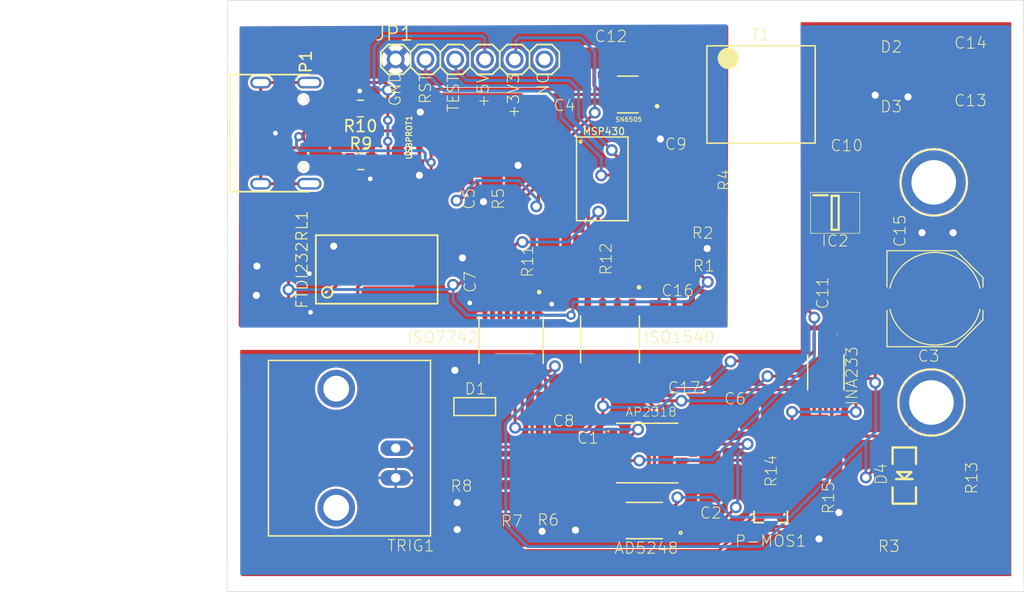
<source format=kicad_pcb>
(kicad_pcb (version 20171130) (host pcbnew 5.1.6-c6e7f7d~86~ubuntu18.04.1)
  (layers (0 Top signal) (31 Bottom signal) (34 B.Paste user) (35 F.Paste user) (36 B.SilkS user) (37 F.SilkS user) (38 B.Mask user) (39 F.Mask user) (44 Edge.Cuts user))
  (net 0 "")
  (net 1 GND)
  (net 2 GND1)
  (net 3 NC)
  (net 4 "Net-(C16-Pad1)")
  (net 5 "Net-(ISO1540-Pad2)")
  (net 6 "Net-(ISO1540-Pad3)")
  (net 7 "Net-(AD5248-Pad9)")
  (net 8 "Net-(C11-Pad2)")
  (net 9 "Net-(AP2318-Pad1)")
  (net 10 "Net-(AP2318-Pad2)")
  (net 11 "Net-(AP2318-Pad3)")
  (net 12 "Net-(AP2318-Pad5)")
  (net 13 "Net-(AD5248-Pad1)")
  (net 14 "Net-(AD5248-Pad6)")
  (net 15 "Net-(AD5248-Pad7)")
  (net 16 "Net-(INA233-Pad3)")
  (net 17 "Net-(AD5248-Pad5)")
  (net 18 "Net-(INA233-Pad8)")
  (net 19 "Net-(C5-Pad2)")
  (net 20 "Net-(C9-Pad2)")
  (net 21 "Net-(MSP430-Pad11)")
  (net 22 "Net-(MSP430-Pad12)")
  (net 23 "Net-(MSP430-Pad10)")
  (net 24 "Net-(ISO7742-Pad5)")
  (net 25 "Net-(MSP430-Pad8)")
  (net 26 "Net-(MSP430-Pad7)")
  (net 27 "Net-(MSP430-Pad6)")
  (net 28 "Net-(MSP430-Pad2)")
  (net 29 "Net-(MSP430-Pad13)")
  (net 30 "Net-(JP1-Pad4)")
  (net 31 "Net-(MSP430-Pad18)")
  (net 32 "Net-(MSP430-Pad19)")
  (net 33 "Net-(ISO7742-Pad4)")
  (net 34 "Net-(JP1-Pad1)")
  (net 35 "Net-(D3-Pad2)")
  (net 36 "Net-(D2-Pad2)")
  (net 37 "Net-(SN6505-Pad1)")
  (net 38 "Net-(SN6505-Pad3)")
  (net 39 "Net-(SN6505-Pad6)")
  (net 40 "Net-(ISO7742-Pad14)")
  (net 41 "Net-(ISO7742-Pad3)")
  (net 42 "Net-(D1-PadC)")
  (net 43 "Net-(ISO7742-Pad11)")
  (net 44 "Net-(ISO7742-Pad6)")
  (net 45 "Net-(R8-Pad1)")
  (net 46 "Net-(D4-PadC)")
  (net 47 "Net-(IC2-Pad4)")
  (net 48 "Net-(FTDI232RL1-Pad14)")
  (net 49 "Net-(FTDI232RL1-Pad13)")
  (net 50 "Net-(FTDI232RL1-Pad12)")
  (net 51 "Net-(FTDI232RL1-Pad11)")
  (net 52 "Net-(FTDI232RL1-Pad10)")
  (net 53 "Net-(FTDI232RL1-Pad9)")
  (net 54 "Net-(FTDI232RL1-Pad6)")
  (net 55 "Net-(FTDI232RL1-Pad5)")
  (net 56 "Net-(FTDI232RL1-Pad3)")
  (net 57 "Net-(FTDI232RL1-Pad2)")
  (net 58 "Net-(FTDI232RL1-Pad1)")
  (net 59 "Net-(FTDI232RL1-Pad19)")
  (net 60 "Net-(FTDI232RL1-Pad22)")
  (net 61 "Net-(FTDI232RL1-Pad23)")
  (net 62 "Net-(FTDI232RL1-Pad27)")
  (net 63 "Net-(FTDI232RL1-Pad28)")
  (net 64 "Net-(P-MOS1-Pad3)")
  (net 65 "Net-(USBPROT1-Pad2)")
  (net 66 /VBUS)
  (net 67 /D+)
  (net 68 /D-)
  (net 69 "Net-(P1-PadS1)")
  (net 70 "Net-(P1-PadA5)")
  (net 71 "Net-(P1-PadB5)")
  (module Resistor_SMD:R_0805_2012Metric (layer Top) (at 125.8625 89 180)
    (fp_text reference R10 (at 0 -1.5) (layer F.SilkS))
    (fp_text value 5.1K)
    (pad 2 smd roundrect (at 0.9375 0 180) (size 0.975 1.4) (layers Top F.Paste F.Mask) (net 70 "Net-(P1-PadA5)"))
    (pad 1 smd roundrect (at -0.9375 0 180) (size 0.975 1.4) (layers Top F.Paste F.Mask) (net 1 GND))
  )
  (module Resistor_SMD:R_0805_2012Metric (layer Top) (at 125.9 93.5)
    (fp_text reference R9 (at 0 -1.5) (layer F.SilkS))
    (fp_text value 5.1K)
    (pad 2 smd roundrect (at 0.9375 0) (size 0.975 1.4) (layers Top F.Paste F.Mask) (net 1 GND))
    (pad 1 smd roundrect (at -0.9375 0) (size 0.975 1.4) (layers Top F.Paste F.Mask) (net 71 "Net-(P1-PadB5)"))
  )
  (module Production_Rev_A:1206 (layer Top) (at 155.7161 120.4356 270)
    (fp_text reference C2 (at 3.6644 0.9161 180) (layer F.SilkS) (effects (font (size 0.9652 0.9652) (thickness 0.077216)) (justify left bottom)))
    (fp_text value 2.2uF)
    (pad 2 smd rect (at 1.4 0 270) (size 1.6 1.8) (layers Top F.Paste F.Mask) (net 2 GND1))
    (pad 1 smd rect (at -1.4 0 270) (size 1.6 1.8) (layers Top F.Paste F.Mask) (net 7 "Net-(AD5248-Pad9)"))
  )
  (module Production_Rev_A:1206 (layer Top) (at 151.6011 100.2466)
    (fp_text reference R2 (at 2.4989 -0.0466) (layer F.SilkS) (effects (font (size 0.9652 0.9652) (thickness 0.077216)) (justify left bottom)))
    (fp_text value 10K)
    (pad 2 smd rect (at 1.4 0) (size 1.6 1.8) (layers Top F.Paste F.Mask) (net 4 "Net-(C16-Pad1)"))
    (pad 1 smd rect (at -1.4 0) (size 1.6 1.8) (layers Top F.Paste F.Mask) (net 6 "Net-(ISO1540-Pad3)"))
  )
  (module Production_Rev_A:1206 (layer Top) (at 151.7171 102.9466)
    (fp_text reference R1 (at 2.4829 0.0534) (layer F.SilkS) (effects (font (size 0.9652 0.9652) (thickness 0.077216)) (justify left bottom)))
    (fp_text value 10K)
    (pad 2 smd rect (at 1.4 0) (size 1.6 1.8) (layers Top F.Paste F.Mask) (net 4 "Net-(C16-Pad1)"))
    (pad 1 smd rect (at -1.4 0) (size 1.6 1.8) (layers Top F.Paste F.Mask) (net 5 "Net-(ISO1540-Pad2)"))
  )
  (module Production_Rev_A:1206 (layer Top) (at 166.1181 118.3696 90)
    (fp_text reference R15 (at -5.3304 0.2819 270) (layer F.SilkS) (effects (font (size 0.9652 0.9652) (thickness 0.077216)) (justify left bottom)))
    (fp_text value 0.1)
    (pad 2 smd rect (at 1.4 0 90) (size 1.6 1.8) (layers Top F.Paste F.Mask) (net 8 "Net-(C11-Pad2)"))
    (pad 1 smd rect (at -1.4 0 90) (size 1.6 1.8) (layers Top F.Paste F.Mask) (net 64 "Net-(P-MOS1-Pad3)"))
  )
  (module Production_Rev_A:SSOP28DB (layer Top) (at 127.2561 102.7396)
    (fp_text reference FTDI232RL1 (at -5.823 3.426 90) (layer F.SilkS) (effects (font (size 0.9652 0.9652) (thickness 0.09652)) (justify left bottom)))
    (fp_text value FT232RL)
    (pad 14 smd rect (at 4.225 3.656) (size 0.348 1.397) (layers Top F.Paste F.Mask) (net 48 "Net-(FTDI232RL1-Pad14)"))
    (pad 13 smd rect (at 3.575 3.656) (size 0.348 1.397) (layers Top F.Paste F.Mask) (net 49 "Net-(FTDI232RL1-Pad13)"))
    (pad 12 smd rect (at 2.925 3.656) (size 0.348 1.397) (layers Top F.Paste F.Mask) (net 50 "Net-(FTDI232RL1-Pad12)"))
    (pad 11 smd rect (at 2.275 3.656) (size 0.348 1.397) (layers Top F.Paste F.Mask) (net 51 "Net-(FTDI232RL1-Pad11)"))
    (pad 10 smd rect (at 1.625 3.656) (size 0.348 1.397) (layers Top F.Paste F.Mask) (net 52 "Net-(FTDI232RL1-Pad10)"))
    (pad 9 smd rect (at 0.975 3.656) (size 0.348 1.397) (layers Top F.Paste F.Mask) (net 53 "Net-(FTDI232RL1-Pad9)"))
    (pad 8 smd rect (at 0.325 3.656) (size 0.348 1.397) (layers Top F.Paste F.Mask))
    (pad 7 smd rect (at -0.325 3.656) (size 0.348 1.397) (layers Top F.Paste F.Mask) (net 1 GND))
    (pad 6 smd rect (at -0.975 3.656) (size 0.348 1.397) (layers Top F.Paste F.Mask) (net 54 "Net-(FTDI232RL1-Pad6)"))
    (pad 5 smd rect (at -1.625 3.656) (size 0.348 1.397) (layers Top F.Paste F.Mask) (net 55 "Net-(FTDI232RL1-Pad5)"))
    (pad 4 smd rect (at -2.275 3.656) (size 0.348 1.397) (layers Top F.Paste F.Mask) (net 4 "Net-(C16-Pad1)"))
    (pad 3 smd rect (at -2.925 3.656) (size 0.348 1.397) (layers Top F.Paste F.Mask) (net 56 "Net-(FTDI232RL1-Pad3)"))
    (pad 2 smd rect (at -3.575 3.656) (size 0.348 1.397) (layers Top F.Paste F.Mask) (net 57 "Net-(FTDI232RL1-Pad2)"))
    (pad 1 smd rect (at -4.225 3.656) (size 0.348 1.397) (layers Top F.Paste F.Mask) (net 58 "Net-(FTDI232RL1-Pad1)"))
    (pad 15 smd rect (at 4.225 -3.656) (size 0.348 1.397) (layers Top F.Paste F.Mask) (net 67 /D+))
    (pad 16 smd rect (at 3.575 -3.656) (size 0.348 1.397) (layers Top F.Paste F.Mask) (net 68 /D-))
    (pad 17 smd rect (at 2.925 -3.656) (size 0.348 1.397) (layers Top F.Paste F.Mask) (net 4 "Net-(C16-Pad1)"))
    (pad 18 smd rect (at 2.275 -3.656) (size 0.348 1.397) (layers Top F.Paste F.Mask) (net 1 GND))
    (pad 19 smd rect (at 1.625 -3.656) (size 0.348 1.397) (layers Top F.Paste F.Mask) (net 59 "Net-(FTDI232RL1-Pad19)"))
    (pad 21 smd rect (at 0.325 -3.656) (size 0.348 1.397) (layers Top F.Paste F.Mask) (net 1 GND))
    (pad 20 smd rect (at 0.975 -3.656) (size 0.348 1.397) (layers Top F.Paste F.Mask) (net 66 /VBUS))
    (pad 22 smd rect (at -0.325 -3.656) (size 0.348 1.397) (layers Top F.Paste F.Mask) (net 60 "Net-(FTDI232RL1-Pad22)"))
    (pad 23 smd rect (at -0.975 -3.656) (size 0.348 1.397) (layers Top F.Paste F.Mask) (net 61 "Net-(FTDI232RL1-Pad23)"))
    (pad 24 smd rect (at -1.625 -3.656) (size 0.348 1.397) (layers Top F.Paste F.Mask))
    (pad 25 smd rect (at -2.275 -3.656) (size 0.348 1.397) (layers Top F.Paste F.Mask) (net 1 GND))
    (pad 26 smd rect (at -2.925 -3.656) (size 0.348 1.397) (layers Top F.Paste F.Mask) (net 1 GND))
    (pad 27 smd rect (at -3.575 -3.656) (size 0.348 1.397) (layers Top F.Paste F.Mask) (net 62 "Net-(FTDI232RL1-Pad27)"))
    (pad 28 smd rect (at -4.225 -3.656) (size 0.348 1.397) (layers Top F.Paste F.Mask) (net 63 "Net-(FTDI232RL1-Pad28)"))
  )
  (module Production_Rev_A:SOIC-8 (layer Top) (at 150.2841 118.4196 270)
    (fp_text reference AP2318 (at -3.046 1.83) (layer F.SilkS) (effects (font (size 0.77216 0.77216) (thickness 0.061772)) (justify left bottom)))
    (fp_text value AP2318)
    (pad 1 smd rect (at -1.9 3 270) (size 0.51 1) (layers Top F.Paste F.Mask) (net 9 "Net-(AP2318-Pad1)"))
    (pad 2 smd rect (at -0.65 3 270) (size 0.51 1) (layers Top F.Paste F.Mask) (net 10 "Net-(AP2318-Pad2)"))
    (pad 3 smd rect (at 0.65 3 270) (size 0.51 1) (layers Top F.Paste F.Mask) (net 11 "Net-(AP2318-Pad3)"))
    (pad 4 smd rect (at 1.85 3 270) (size 0.51 1) (layers Top F.Paste F.Mask) (net 11 "Net-(AP2318-Pad3)"))
    (pad 5 smd rect (at 1.9 -3 270) (size 0.51 1) (layers Top F.Paste F.Mask) (net 12 "Net-(AP2318-Pad5)"))
    (pad 6 smd rect (at 0.65 -3 270) (size 0.51 1) (layers Top F.Paste F.Mask) (net 7 "Net-(AD5248-Pad9)"))
    (pad 7 smd rect (at -0.65 -3 270) (size 0.51 1) (layers Top F.Paste F.Mask) (net 13 "Net-(AD5248-Pad1)"))
    (pad 8 smd rect (at -1.9 -3 270) (size 0.51 1) (layers Top F.Paste F.Mask) (net 2 GND1))
  )
  (module Production_Rev_A:VSSOP-10 (layer Top) (at 165.6081 111.5376 180)
    (fp_text reference INA233 (at -2.7919 -2.8624 90) (layer F.SilkS) (effects (font (size 0.9652 0.9652) (thickness 0.077216)) (justify left bottom)))
    (fp_text value INA233)
    (pad 5 smd rect (at 1 2.454 180) (size 0.29 1.905) (layers Top F.Paste F.Mask) (net 14 "Net-(AD5248-Pad6)"))
    (pad 4 smd rect (at 0.5 2.454 180) (size 0.29 1.905) (layers Top F.Paste F.Mask) (net 15 "Net-(AD5248-Pad7)"))
    (pad 3 smd rect (at 0 2.454 180) (size 0.29 1.905) (layers Top F.Paste F.Mask) (net 16 "Net-(INA233-Pad3)"))
    (pad 2 smd rect (at -0.5 2.454 180) (size 0.29 1.905) (layers Top F.Paste F.Mask) (net 2 GND1))
    (pad 1 smd rect (at -1 2.454 180) (size 0.29 1.905) (layers Top F.Paste F.Mask) (net 2 GND1))
    (pad 6 smd rect (at 1 -2.454 180) (size 0.29 1.905) (layers Top F.Paste F.Mask) (net 17 "Net-(AD5248-Pad5)"))
    (pad 7 smd rect (at 0.5 -2.454 180) (size 0.29 1.905) (layers Top F.Paste F.Mask) (net 2 GND1))
    (pad 8 smd rect (at 0 -2.454 180) (size 0.29 1.905) (layers Top F.Paste F.Mask) (net 18 "Net-(INA233-Pad8)"))
    (pad 9 smd rect (at -0.5 -2.454 180) (size 0.29 1.905) (layers Top F.Paste F.Mask) (net 8 "Net-(C11-Pad2)"))
    (pad 10 smd rect (at -1 -2.454 180) (size 0.29 1.905) (layers Top F.Paste F.Mask) (net 7 "Net-(AD5248-Pad9)"))
  )
  (module Production_Rev_A:MSOP-10 (layer Top) (at 150.1101 124.1836 90)
    (fp_text reference AD5248 (at -2.9164 -2.6101) (layer F.SilkS) (effects (font (size 0.9652 0.9652) (thickness 0.077216)) (justify left bottom)))
    (fp_text value 100K)
    (pad 1 smd rect (at -1 2.327 90) (size 0.29 1.905) (layers Top F.Paste F.Mask) (net 13 "Net-(AD5248-Pad1)"))
    (pad 2 smd rect (at -0.5 2.327 90) (size 0.29 1.905) (layers Top F.Paste F.Mask) (net 2 GND1))
    (pad 3 smd rect (at 0 2.327 90) (size 0.29 1.905) (layers Top F.Paste F.Mask) (net 13 "Net-(AD5248-Pad1)"))
    (pad 4 smd rect (at 0.5 2.327 90) (size 0.29 1.905) (layers Top F.Paste F.Mask) (net 2 GND1))
    (pad 5 smd rect (at 1 2.327 90) (size 0.29 1.905) (layers Top F.Paste F.Mask) (net 17 "Net-(AD5248-Pad5)"))
    (pad 6 smd rect (at 1 -2.454 90) (size 0.29 1.905) (layers Top F.Paste F.Mask) (net 14 "Net-(AD5248-Pad6)"))
    (pad 7 smd rect (at 0.5 -2.454 90) (size 0.29 1.905) (layers Top F.Paste F.Mask) (net 15 "Net-(AD5248-Pad7)"))
    (pad 8 smd rect (at 0 -2.454 90) (size 0.29 1.905) (layers Top F.Paste F.Mask) (net 2 GND1))
    (pad 9 smd rect (at -0.5 -2.454 90) (size 0.29 1.905) (layers Top F.Paste F.Mask) (net 7 "Net-(AD5248-Pad9)"))
    (pad 10 smd rect (at -1 -2.454 90) (size 0.29 1.905) (layers Top F.Paste F.Mask) (net 2 GND1))
  )
  (module Production_Rev_A:1206 (layer Top) (at 145.2961 120.3556 90)
    (fp_text reference C1 (at 2.6556 -0.9961 180) (layer F.SilkS) (effects (font (size 0.9652 0.9652) (thickness 0.077216)) (justify left bottom)))
    (fp_text value 1uF)
    (pad 2 smd rect (at 1.4 0 90) (size 1.6 1.8) (layers Top F.Paste F.Mask) (net 11 "Net-(AP2318-Pad3)"))
    (pad 1 smd rect (at -1.4 0 90) (size 1.6 1.8) (layers Top F.Paste F.Mask) (net 2 GND1))
  )
  (module Production_Rev_A:PANASONIC_F (layer Top) (at 174.9301 105.2396)
    (fp_text reference C3 (at -1.5301 5.4604 180) (layer F.SilkS) (effects (font (size 0.9652 0.9652) (thickness 0.077216)) (justify left bottom)))
    (fp_text value 1000uF)
    (pad + smd rect (at 3.55 0) (size 4 1.6) (layers Top F.Paste F.Mask) (net 8 "Net-(C11-Pad2)"))
    (pad - smd rect (at -3.55 0) (size 4 1.6) (layers Top F.Paste F.Mask) (net 2 GND1))
  )
  (module Production_Rev_A:1206 (layer Top) (at 134.6141 93.2696 270)
    (fp_text reference C5 (at 4.4304 -1.0859 90) (layer F.SilkS) (effects (font (size 0.9652 0.9652) (thickness 0.077216)) (justify left bottom)))
    (fp_text value .1uF)
    (pad 2 smd rect (at 1.4 0 270) (size 1.6 1.8) (layers Top F.Paste F.Mask) (net 19 "Net-(C5-Pad2)"))
    (pad 1 smd rect (at -1.4 0 270) (size 1.6 1.8) (layers Top F.Paste F.Mask) (net 1 GND))
  )
  (module Production_Rev_A:1206 (layer Top) (at 155.1841 95.2736 90)
    (fp_text reference R4 (at -0.8264 2.3159 90) (layer F.SilkS) (effects (font (size 0.9652 0.9652) (thickness 0.077216)) (justify left bottom)))
    (fp_text value 47K)
    (pad 2 smd rect (at 1.4 0 90) (size 1.6 1.8) (layers Top F.Paste F.Mask) (net 20 "Net-(C9-Pad2)"))
    (pad 1 smd rect (at -1.4 0 90) (size 1.6 1.8) (layers Top F.Paste F.Mask) (net 4 "Net-(C16-Pad1)"))
  )
  (module Production_Rev_A:1206 (layer Top) (at 152.3841 95.2476 90)
    (fp_text reference C9 (at 2.6476 -0.5841 180) (layer F.SilkS) (effects (font (size 0.9652 0.9652) (thickness 0.077216)) (justify left bottom)))
    (fp_text value 1nF)
    (pad 2 smd rect (at 1.4 0 90) (size 1.6 1.8) (layers Top F.Paste F.Mask) (net 20 "Net-(C9-Pad2)"))
    (pad 1 smd rect (at -1.4 0 90) (size 1.6 1.8) (layers Top F.Paste F.Mask) (net 1 GND))
  )
  (module Production_Rev_A:1206 (layer Top) (at 137.1161 93.3696 90)
    (fp_text reference R5 (at -4.3304 1.0839 90) (layer F.SilkS) (effects (font (size 0.9652 0.9652) (thickness 0.077216)) (justify left bottom)))
    (fp_text value 47K)
    (pad 2 smd rect (at 1.4 0 90) (size 1.6 1.8) (layers Top F.Paste F.Mask) (net 4 "Net-(C16-Pad1)"))
    (pad 1 smd rect (at -1.4 0 90) (size 1.6 1.8) (layers Top F.Paste F.Mask) (net 19 "Net-(C5-Pad2)"))
  )
  (module Production_Rev_A:PW20 (layer Top) (at 146.5181 95.0036 270)
    (fp_text reference MSP430 (at -3.7036 1.7181) (layer F.SilkS) (effects (font (size 0.60325 0.60325) (thickness 0.09652)) (justify left bottom)))
    (fp_text value MSP430)
    (pad 11 smd rect (at 2.9249 -2.9 270) (size 0.3 1.1998) (layers Top F.Paste F.Mask) (net 21 "Net-(MSP430-Pad11)"))
    (pad 12 smd rect (at 2.275 -2.9 270) (size 0.3 1.1998) (layers Top F.Paste F.Mask) (net 22 "Net-(MSP430-Pad12)"))
    (pad 10 smd rect (at 2.9249 2.9001 270) (size 0.3 1.1998) (layers Top F.Paste F.Mask) (net 23 "Net-(MSP430-Pad10)"))
    (pad 9 smd rect (at 2.275 2.9001 270) (size 0.3 1.1998) (layers Top F.Paste F.Mask) (net 24 "Net-(ISO7742-Pad5)"))
    (pad 8 smd rect (at 1.625 2.9001 270) (size 0.3 1.1998) (layers Top F.Paste F.Mask) (net 25 "Net-(MSP430-Pad8)"))
    (pad 7 smd rect (at 0.975 2.9001 270) (size 0.3 1.1998) (layers Top F.Paste F.Mask) (net 26 "Net-(MSP430-Pad7)"))
    (pad 6 smd rect (at 0.325 2.9001 270) (size 0.3 1.1998) (layers Top F.Paste F.Mask) (net 27 "Net-(MSP430-Pad6)"))
    (pad 5 smd rect (at -0.325 2.9001 270) (size 0.3 1.1998) (layers Top F.Paste F.Mask) (net 19 "Net-(C5-Pad2)"))
    (pad 4 smd rect (at -0.975 2.9001 270) (size 0.3 1.1998) (layers Top F.Paste F.Mask) (net 55 "Net-(FTDI232RL1-Pad5)"))
    (pad 3 smd rect (at -1.625 2.9001 270) (size 0.3 1.1998) (layers Top F.Paste F.Mask) (net 58 "Net-(FTDI232RL1-Pad1)"))
    (pad 2 smd rect (at -2.2749 2.9001 270) (size 0.3 1.1998) (layers Top F.Paste F.Mask) (net 28 "Net-(MSP430-Pad2)"))
    (pad 1 smd rect (at -2.9249 2.9001 270) (size 0.3 1.1998) (layers Top F.Paste F.Mask) (net 4 "Net-(C16-Pad1)"))
    (pad 13 smd rect (at 1.625 -2.9 270) (size 0.3 1.1998) (layers Top F.Paste F.Mask) (net 29 "Net-(MSP430-Pad13)"))
    (pad 14 smd rect (at 0.975 -2.9 270) (size 0.3 1.1998) (layers Top F.Paste F.Mask) (net 6 "Net-(ISO1540-Pad3)"))
    (pad 15 smd rect (at 0.325 -2.9 270) (size 0.3 1.1998) (layers Top F.Paste F.Mask) (net 5 "Net-(ISO1540-Pad2)"))
    (pad 16 smd rect (at -0.325 -2.9 270) (size 0.3 1.1998) (layers Top F.Paste F.Mask) (net 20 "Net-(C9-Pad2)"))
    (pad 17 smd rect (at -0.975 -2.9 270) (size 0.3 1.1998) (layers Top F.Paste F.Mask) (net 30 "Net-(JP1-Pad4)"))
    (pad 18 smd rect (at -1.625 -2.9 270) (size 0.3 1.1998) (layers Top F.Paste F.Mask) (net 31 "Net-(MSP430-Pad18)"))
    (pad 19 smd rect (at -2.2749 -2.9 270) (size 0.3 1.1998) (layers Top F.Paste F.Mask) (net 32 "Net-(MSP430-Pad19)"))
    (pad 20 smd rect (at -2.9249 -2.9 270) (size 0.3 1.1998) (layers Top F.Paste F.Mask) (net 1 GND))
  )
  (module Production_Rev_A:1206 (layer Top) (at 144.9441 102.0036 270)
    (fp_text reference R12 (at 1.2964 -2.4559 90) (layer F.SilkS) (effects (font (size 0.9652 0.9652) (thickness 0.077216)) (justify left bottom)))
    (fp_text value 220)
    (pad 2 smd rect (at 1.4 0 270) (size 1.6 1.8) (layers Top F.Paste F.Mask) (net 33 "Net-(ISO7742-Pad4)"))
    (pad 1 smd rect (at -1.4 0 270) (size 1.6 1.8) (layers Top F.Paste F.Mask) (net 25 "Net-(MSP430-Pad8)"))
  )
  (module Production_Rev_A:1206 (layer Top) (at 167.4441 103.6936 90)
    (fp_text reference C11 (at -2.5064 -1.5441 90) (layer F.SilkS) (effects (font (size 0.9652 0.9652) (thickness 0.077216)) (justify left bottom)))
    (fp_text value 0.1uF)
    (pad 2 smd rect (at 1.4 0 90) (size 1.6 1.8) (layers Top F.Paste F.Mask) (net 8 "Net-(C11-Pad2)"))
    (pad 1 smd rect (at -1.4 0 90) (size 1.6 1.8) (layers Top F.Paste F.Mask) (net 2 GND1))
  )
  (module Production_Rev_A:1X06 (layer Top) (at 135.2241 84.8016 180)
    (fp_text reference JP1 (at 8.1978 1.5072) (layer F.SilkS) (effects (font (size 1.2065 1.2065) (thickness 0.12065)) (justify left bottom)))
    (fp_text value PINHD-1X6)
    (pad 6 thru_hole circle (at 6.35 0 270) (size 1.524 1.524) (drill 1.016) (layers *.Cu *.Mask) (net 1 GND))
    (pad 5 thru_hole circle (at 3.81 0 270) (size 1.524 1.524) (drill 1.016) (layers *.Cu *.Mask) (net 20 "Net-(C9-Pad2)"))
    (pad 4 thru_hole circle (at 1.27 0 270) (size 1.524 1.524) (drill 1.016) (layers *.Cu *.Mask) (net 30 "Net-(JP1-Pad4)"))
    (pad 3 thru_hole circle (at -1.27 0 270) (size 1.524 1.524) (drill 1.016) (layers *.Cu *.Mask) (net 66 /VBUS))
    (pad 2 thru_hole circle (at -3.81 0 270) (size 1.524 1.524) (drill 1.016) (layers *.Cu *.Mask) (net 4 "Net-(C16-Pad1)"))
    (pad 1 thru_hole circle (at -6.35 0 270) (size 1.524 1.524) (drill 1.016) (layers *.Cu *.Mask) (net 34 "Net-(JP1-Pad1)"))
  )
  (module "Production_Rev_A:TOR-6P-HT4_SMT_6PIN_(1201)" (layer Top) (at 160.0781 87.7976)
    (fp_text reference T1 (at -0.9398 -4.5339) (layer F.SilkS) (effects (font (size 0.9652 0.9652) (thickness 0.077216)) (justify left bottom)))
    (fp_text value 750315371)
    (pad 4 smd rect (at 5.6261 2.54) (size 1.8288 1.0922) (layers Top F.Paste F.Mask) (net 35 "Net-(D3-Pad2)"))
    (pad 5 smd rect (at 5.6261 0) (size 1.8288 1.0922) (layers Top F.Paste F.Mask) (net 2 GND1))
    (pad 6 smd rect (at 5.6261 -2.54) (size 1.8288 1.0922) (layers Top F.Paste F.Mask) (net 36 "Net-(D2-Pad2)"))
    (pad 3 smd rect (at -5.6261 2.54) (size 1.8288 1.0922) (layers Top F.Paste F.Mask) (net 37 "Net-(SN6505-Pad1)"))
    (pad 2 smd rect (at -5.6261 0) (size 1.8288 1.0922) (layers Top F.Paste F.Mask) (net 66 /VBUS))
    (pad 1 smd rect (at -5.6261 -2.54) (size 1.8288 1.0922) (layers Top F.Paste F.Mask) (net 38 "Net-(SN6505-Pad3)"))
  )
  (module Production_Rev_A:SOIC127P600X175-8N (layer Top) (at 147.1781 108.7116 270)
    (fp_text reference ISO1540 (at 0.3884 -2.8219 180) (layer F.SilkS) (effects (font (size 0.9652 0.9652) (thickness 0.077216)) (justify left bottom)))
    (fp_text value ISO1540)
    (pad 8 smd roundrect (at 2.475 -1.905 270) (size 1.97 0.57) (layers Top F.Paste F.Mask) (roundrect_rratio 0.125) (net 17 "Net-(AD5248-Pad5)"))
    (pad 7 smd roundrect (at 2.475 -0.635 270) (size 1.97 0.57) (layers Top F.Paste F.Mask) (roundrect_rratio 0.125) (net 15 "Net-(AD5248-Pad7)"))
    (pad 6 smd roundrect (at 2.475 0.635 270) (size 1.97 0.57) (layers Top F.Paste F.Mask) (roundrect_rratio 0.125) (net 14 "Net-(AD5248-Pad6)"))
    (pad 5 smd roundrect (at 2.475 1.905 270) (size 1.97 0.57) (layers Top F.Paste F.Mask) (roundrect_rratio 0.125) (net 2 GND1))
    (pad 4 smd roundrect (at -2.475 1.905 270) (size 1.97 0.57) (layers Top F.Paste F.Mask) (roundrect_rratio 0.125) (net 1 GND))
    (pad 3 smd roundrect (at -2.475 0.635 270) (size 1.97 0.57) (layers Top F.Paste F.Mask) (roundrect_rratio 0.125) (net 6 "Net-(ISO1540-Pad3)"))
    (pad 2 smd roundrect (at -2.475 -0.635 270) (size 1.97 0.57) (layers Top F.Paste F.Mask) (roundrect_rratio 0.125) (net 5 "Net-(ISO1540-Pad2)"))
    (pad 1 smd roundrect (at -2.475 -1.905 270) (size 1.97 0.57) (layers Top F.Paste F.Mask) (roundrect_rratio 0.125) (net 4 "Net-(C16-Pad1)"))
  )
  (module Production_Rev_A:1206 (layer Top) (at 147.2001 84.6876)
    (fp_text reference C12 (at -1.4001 -1.2876) (layer F.SilkS) (effects (font (size 0.9652 0.9652) (thickness 0.077216)) (justify left bottom)))
    (fp_text value 10uF)
    (pad 2 smd rect (at 1.4 0) (size 1.6 1.8) (layers Top F.Paste F.Mask) (net 1 GND))
    (pad 1 smd rect (at -1.4 0) (size 1.6 1.8) (layers Top F.Paste F.Mask) (net 66 /VBUS))
  )
  (module "Production_Rev_A:SOD3716X117(SOD-123)" (layer Top) (at 171.0421 85.1576 180)
    (fp_text reference D2 (at 0.8421 0.8576) (layer F.SilkS) (effects (font (size 0.9652 0.9652) (thickness 0.077216)) (justify left bottom)))
    (fp_text value MBR0520LT1G)
    (pad 2 smd rect (at 1.9 -0.0508 180) (size 1.4 1.4) (layers Top F.Paste F.Mask) (net 36 "Net-(D2-Pad2)"))
    (pad 1 smd rect (at -1.9 -0.0508 180) (size 1.4 1.4) (layers Top F.Paste F.Mask) (net 11 "Net-(AP2318-Pad3)"))
  )
  (module "Production_Rev_A:SOD3716X117(SOD-123)" (layer Top) (at 171.1921 90.2876 180)
    (fp_text reference D3 (at 0.9921 0.8876) (layer F.SilkS) (effects (font (size 0.9652 0.9652) (thickness 0.077216)) (justify left bottom)))
    (fp_text value MBR0520LT1G)
    (pad 2 smd rect (at 1.9 -0.0508 180) (size 1.4 1.4) (layers Top F.Paste F.Mask) (net 35 "Net-(D3-Pad2)"))
    (pad 1 smd rect (at -1.9 -0.0508 180) (size 1.4 1.4) (layers Top F.Paste F.Mask) (net 11 "Net-(AP2318-Pad3)"))
  )
  (module Production_Rev_A:1206 (layer Top) (at 177.9381 90.2876)
    (fp_text reference C13 (at -1.432 -1.405) (layer F.SilkS) (effects (font (size 0.9652 0.9652) (thickness 0.077216)) (justify left bottom)))
    (fp_text value 10uF)
    (pad 2 smd rect (at 1.4 0) (size 1.6 1.8) (layers Top F.Paste F.Mask) (net 2 GND1))
    (pad 1 smd rect (at -1.4 0) (size 1.6 1.8) (layers Top F.Paste F.Mask) (net 11 "Net-(AP2318-Pad3)"))
  )
  (module Production_Rev_A:1206 (layer Top) (at 178.0381 85.3616)
    (fp_text reference C14 (at -1.524 -1.397) (layer F.SilkS) (effects (font (size 0.9652 0.9652) (thickness 0.077216)) (justify left bottom)))
    (fp_text value 0.1uF)
    (pad 2 smd rect (at 1.4 0) (size 1.6 1.8) (layers Top F.Paste F.Mask) (net 2 GND1))
    (pad 1 smd rect (at -1.4 0) (size 1.6 1.8) (layers Top F.Paste F.Mask) (net 11 "Net-(AP2318-Pad3)"))
  )
  (module Production_Rev_A:1206 (layer Top) (at 141.7941 121.1176 270)
    (fp_text reference R6 (at 3.5824 0.8941) (layer F.SilkS) (effects (font (size 0.9652 0.9652) (thickness 0.077216)) (justify left bottom)))
    (fp_text value 10K)
    (pad 2 smd rect (at 1.4 0 270) (size 1.6 1.8) (layers Top F.Paste F.Mask) (net 14 "Net-(AD5248-Pad6)"))
    (pad 1 smd rect (at -1.4 0 270) (size 1.6 1.8) (layers Top F.Paste F.Mask) (net 17 "Net-(AD5248-Pad5)"))
  )
  (module Production_Rev_A:1206 (layer Top) (at 138.6941 121.1336 270)
    (fp_text reference R7 (at 3.6664 0.8941 180) (layer F.SilkS) (effects (font (size 0.9652 0.9652) (thickness 0.077216)) (justify left bottom)))
    (fp_text value 10K)
    (pad 2 smd rect (at 1.4 0 270) (size 1.6 1.8) (layers Top F.Paste F.Mask) (net 15 "Net-(AD5248-Pad7)"))
    (pad 1 smd rect (at -1.4 0 270) (size 1.6 1.8) (layers Top F.Paste F.Mask) (net 17 "Net-(AD5248-Pad5)"))
  )
  (module Production_Rev_A:1206 (layer Top) (at 141.0021 90.3956 270)
    (fp_text reference C4 (at -1.0956 -1.2979 180) (layer F.SilkS) (effects (font (size 0.9652 0.9652) (thickness 0.077216)) (justify left bottom)))
    (fp_text value 1uF)
    (pad 2 smd rect (at 1.4 0 270) (size 1.6 1.8) (layers Top F.Paste F.Mask) (net 4 "Net-(C16-Pad1)"))
    (pad 1 smd rect (at -1.4 0 270) (size 1.6 1.8) (layers Top F.Paste F.Mask) (net 1 GND))
  )
  (module Production_Rev_A:1206 (layer Top) (at 162.8141 118.4396 270)
    (fp_text reference R14 (at 2.9604 1.3141 90) (layer F.SilkS) (effects (font (size 0.9652 0.9652) (thickness 0.077216)) (justify left bottom)))
    (fp_text value 100)
    (pad 2 smd rect (at 1.4 0 270) (size 1.6 1.8) (layers Top F.Paste F.Mask) (net 64 "Net-(P-MOS1-Pad3)"))
    (pad 1 smd rect (at -1.4 0 270) (size 1.6 1.8) (layers Top F.Paste F.Mask) (net 7 "Net-(AD5248-Pad9)"))
  )
  (module Production_Rev_A:SOT23-3 (layer Top) (at 160.9061 123.6996 180)
    (fp_text reference P-MOS1 (at 3.1061 -2.8004) (layer F.SilkS) (effects (font (size 0.9652 0.9652) (thickness 0.077216)) (justify left bottom)))
    (fp_text value P-MOSFET)
    (pad 1 smd rect (at -0.95 1 180) (size 0.8 0.9) (layers Top F.Paste F.Mask) (net 40 "Net-(ISO7742-Pad14)"))
    (pad 2 smd rect (at 0.95 1 180) (size 0.8 0.9) (layers Top F.Paste F.Mask) (net 7 "Net-(AD5248-Pad9)"))
    (pad 3 smd rect (at 0 -1 180) (size 0.8 0.9) (layers Top F.Paste F.Mask) (net 64 "Net-(P-MOS1-Pad3)"))
  )
  (module Production_Rev_A:1206 (layer Top) (at 141.9441 102.0056 270)
    (fp_text reference R11 (at 1.4944 1.2441 90) (layer F.SilkS) (effects (font (size 0.9652 0.9652) (thickness 0.077216)) (justify left bottom)))
    (fp_text value 220)
    (pad 2 smd rect (at 1.4 0 270) (size 1.6 1.8) (layers Top F.Paste F.Mask) (net 41 "Net-(ISO7742-Pad3)"))
    (pad 1 smd rect (at -1.4 0 270) (size 1.6 1.8) (layers Top F.Paste F.Mask) (net 23 "Net-(MSP430-Pad10)"))
  )
  (module Production_Rev_A:SOP63P599X175-16N (layer Top) (at 138.7281 108.7796 270)
    (fp_text reference ISO7742 (at 0.3204 8.9281) (layer F.SilkS) (effects (font (size 0.9652 0.9652) (thickness 0.077216)) (justify left bottom)))
    (fp_text value ISO7742DBQ)
    (pad 16 smd roundrect (at 2.63 -2.2225 270) (size 1.65 0.41) (layers Top F.Paste F.Mask) (roundrect_rratio 0.125) (net 17 "Net-(AD5248-Pad5)"))
    (pad 15 smd roundrect (at 2.63 -1.5875 270) (size 1.65 0.41) (layers Top F.Paste F.Mask) (roundrect_rratio 0.125) (net 2 GND1))
    (pad 14 smd roundrect (at 2.63 -0.9525 270) (size 1.65 0.41) (layers Top F.Paste F.Mask) (roundrect_rratio 0.125) (net 40 "Net-(ISO7742-Pad14)"))
    (pad 13 smd roundrect (at 2.63 -0.3175 270) (size 1.65 0.41) (layers Top F.Paste F.Mask) (roundrect_rratio 0.125) (net 10 "Net-(AP2318-Pad2)"))
    (pad 12 smd roundrect (at 2.63 0.3175 270) (size 1.65 0.41) (layers Top F.Paste F.Mask) (roundrect_rratio 0.125) (net 42 "Net-(D1-PadC)"))
    (pad 11 smd roundrect (at 2.63 0.9525 270) (size 1.65 0.41) (layers Top F.Paste F.Mask) (roundrect_rratio 0.125) (net 43 "Net-(ISO7742-Pad11)"))
    (pad 10 smd roundrect (at 2.63 1.5875 270) (size 1.65 0.41) (layers Top F.Paste F.Mask) (roundrect_rratio 0.125) (net 17 "Net-(AD5248-Pad5)"))
    (pad 9 smd roundrect (at 2.63 2.2225 270) (size 1.65 0.41) (layers Top F.Paste F.Mask) (roundrect_rratio 0.125) (net 2 GND1))
    (pad 8 smd roundrect (at -2.63 2.2225 270) (size 1.65 0.41) (layers Top F.Paste F.Mask) (roundrect_rratio 0.125) (net 1 GND))
    (pad 7 smd roundrect (at -2.63 1.5875 270) (size 1.65 0.41) (layers Top F.Paste F.Mask) (roundrect_rratio 0.125) (net 4 "Net-(C16-Pad1)"))
    (pad 6 smd roundrect (at -2.63 0.9525 270) (size 1.65 0.41) (layers Top F.Paste F.Mask) (roundrect_rratio 0.125) (net 44 "Net-(ISO7742-Pad6)"))
    (pad 5 smd roundrect (at -2.63 0.3175 270) (size 1.65 0.41) (layers Top F.Paste F.Mask) (roundrect_rratio 0.125) (net 24 "Net-(ISO7742-Pad5)"))
    (pad 4 smd roundrect (at -2.63 -0.3175 270) (size 1.65 0.41) (layers Top F.Paste F.Mask) (roundrect_rratio 0.125) (net 33 "Net-(ISO7742-Pad4)"))
    (pad 3 smd roundrect (at -2.63 -0.9525 270) (size 1.65 0.41) (layers Top F.Paste F.Mask) (roundrect_rratio 0.125) (net 41 "Net-(ISO7742-Pad3)"))
    (pad 2 smd roundrect (at -2.63 -1.5875 270) (size 1.65 0.41) (layers Top F.Paste F.Mask) (roundrect_rratio 0.125) (net 1 GND))
    (pad 1 smd roundrect (at -2.63 -2.2225 270) (size 1.65 0.41) (layers Top F.Paste F.Mask) (roundrect_rratio 0.125) (net 4 "Net-(C16-Pad1)"))
  )
  (module Production_Rev_A:SOT50P160X60-5N (layer Top) (at 131.4 91.6 270)
    (fp_text reference USBPROT1 (at 1.8 1.1 270) (layer F.SilkS) (effects (font (size 0.4826 0.4826) (thickness 0.09652)) (justify left bottom)))
    (fp_text value TPD2E2U06DRLR)
    (pad 5 smd rect (at 0.675 -0.5 270) (size 1.1176 0.3) (layers Top F.Paste F.Mask) (net 67 /D+))
    (pad 4 smd rect (at 0.675 0.5 270) (size 1.1176 0.3) (layers Top F.Paste F.Mask) (net 1 GND))
    (pad 3 smd rect (at -0.675 0.508 270) (size 1.1176 0.3) (layers Top F.Paste F.Mask) (net 68 /D-))
    (pad 2 smd rect (at -0.675 0 270) (size 1.1176 0.3) (layers Top F.Paste F.Mask) (net 65 "Net-(USBPROT1-Pad2)"))
    (pad 1 smd rect (at -0.675 -0.508 270) (size 1.1176 0.3) (layers Top F.Paste F.Mask) (net 3 NC))
  )
  (module Production_Rev_A:1206 (layer Top) (at 134.4801 118.1916 90)
    (fp_text reference R8 (at -3.6084 -0.9801 180) (layer F.SilkS) (effects (font (size 0.9652 0.9652) (thickness 0.077216)) (justify left bottom)))
    (fp_text value 100)
    (pad 2 smd rect (at 1.4 0 90) (size 1.6 1.8) (layers Top F.Paste F.Mask) (net 42 "Net-(D1-PadC)"))
    (pad 1 smd rect (at -1.4 0 90) (size 1.6 1.8) (layers Top F.Paste F.Mask) (net 45 "Net-(R8-Pad1)"))
  )
  (module Production_Rev_A:1206 (layer Top) (at 157.6841 115.4896 180)
    (fp_text reference C6 (at 0.816 1.143) (layer F.SilkS) (effects (font (size 0.9652 0.9652) (thickness 0.077216)) (justify left bottom)))
    (fp_text value 2.2uF)
    (pad 2 smd rect (at 1.4 0 180) (size 1.6 1.8) (layers Top F.Paste F.Mask) (net 2 GND1))
    (pad 1 smd rect (at -1.4 0 180) (size 1.6 1.8) (layers Top F.Paste F.Mask) (net 7 "Net-(AD5248-Pad9)"))
  )
  (module Production_Rev_A:1206 (layer Top) (at 136.8741 102.1736 270)
    (fp_text reference C7 (at 2.6264 1.0741 90) (layer F.SilkS) (effects (font (size 0.9652 0.9652) (thickness 0.077216)) (justify left bottom)))
    (fp_text value 0.1uF)
    (pad 2 smd rect (at 1.4 0 270) (size 1.6 1.8) (layers Top F.Paste F.Mask) (net 4 "Net-(C16-Pad1)"))
    (pad 1 smd rect (at -1.4 0 270) (size 1.6 1.8) (layers Top F.Paste F.Mask) (net 1 GND))
  )
  (module Production_Rev_A:1206 (layer Top) (at 143.0821 114.0896)
    (fp_text reference C8 (at -0.862 2.157) (layer F.SilkS) (effects (font (size 0.9652 0.9652) (thickness 0.077216)) (justify left bottom)))
    (fp_text value 0.1uF)
    (pad 2 smd rect (at 1.4 0) (size 1.6 1.8) (layers Top F.Paste F.Mask) (net 2 GND1))
    (pad 1 smd rect (at -1.4 0) (size 1.6 1.8) (layers Top F.Paste F.Mask) (net 17 "Net-(AD5248-Pad5)"))
  )
  (module Production_Rev_A:LED-1206 (layer Top) (at 172.3121 120.3436 270)
    (fp_text reference D4 (at 0.8564 1.4121 90) (layer F.SilkS) (effects (font (size 0.9652 0.9652) (thickness 0.077216)) (justify left bottom)))
    (fp_text value BLUE)
    (pad C smd rect (at 1.5 0 270) (size 1.2 1.4) (layers Top F.Paste F.Mask) (net 46 "Net-(D4-PadC)"))
    (pad A smd rect (at -1.5 0 270) (size 1.2 1.4) (layers Top F.Paste F.Mask) (net 17 "Net-(AD5248-Pad5)"))
  )
  (module Production_Rev_A:1206 (layer Top) (at 170.8621 124.6916)
    (fp_text reference R3 (at -0.8621 2.257) (layer F.SilkS) (effects (font (size 0.9652 0.9652) (thickness 0.077216)) (justify left bottom)))
    (fp_text value 470)
    (pad 2 smd rect (at 1.4 0) (size 1.6 1.8) (layers Top F.Paste F.Mask) (net 46 "Net-(D4-PadC)"))
    (pad 1 smd rect (at -1.4 0) (size 1.6 1.8) (layers Top F.Paste F.Mask) (net 2 GND1))
  )
  (module Production_Rev_A:1206 (layer Top) (at 167.1041 94.0176)
    (fp_text reference C10 (at -1.17 -1.293) (layer F.SilkS) (effects (font (size 0.9652 0.9652) (thickness 0.077216)) (justify left bottom)))
    (fp_text value 1uF)
    (pad 2 smd rect (at 1.4 0) (size 1.6 1.8) (layers Top F.Paste F.Mask) (net 2 GND1))
    (pad 1 smd rect (at -1.4 0) (size 1.6 1.8) (layers Top F.Paste F.Mask) (net 11 "Net-(AP2318-Pad3)"))
  )
  (module Production_Rev_A:1206 (layer Top) (at 170.2501 98.2216 270)
    (fp_text reference C15 (at 2.6784 -2.2499 270) (layer F.SilkS) (effects (font (size 0.9652 0.9652) (thickness 0.077216)) (justify left bottom)))
    (fp_text value 2.2uF)
    (pad 2 smd rect (at 1.4 0 270) (size 1.6 1.8) (layers Top F.Paste F.Mask) (net 2 GND1))
    (pad 1 smd rect (at -1.4 0 270) (size 1.6 1.8) (layers Top F.Paste F.Mask) (net 17 "Net-(AD5248-Pad5)"))
  )
  (module Production_Rev_A:SOT95P280X130-5N (layer Top) (at 166.4081 97.9016)
    (fp_text reference IC2 (at -0.0081 2.3984) (layer F.SilkS) (effects (font (size 0.9652 0.9652) (thickness 0.077216))))
    (fp_text value MIC5225-5.0YM5-TR hide)
    (pad 5 smd rect (at 1.25 -0.95) (size 1.2 0.6) (layers Top F.Paste F.Mask) (net 17 "Net-(AD5248-Pad5)"))
    (pad 4 smd rect (at 1.25 0.95) (size 1.2 0.6) (layers Top F.Paste F.Mask) (net 47 "Net-(IC2-Pad4)"))
    (pad 3 smd rect (at -1.25 0.95) (size 1.2 0.6) (layers Top F.Paste F.Mask) (net 11 "Net-(AP2318-Pad3)"))
    (pad 2 smd rect (at -1.25 0) (size 1.2 0.6) (layers Top F.Paste F.Mask) (net 2 GND1))
    (pad 1 smd rect (at -1.25 -0.95) (size 1.2 0.6) (layers Top F.Paste F.Mask) (net 11 "Net-(AP2318-Pad3)"))
  )
  (module Production_Rev_A:1206 (layer Top) (at 152.7761 106.2536)
    (fp_text reference C16 (at -1.27 -1.143) (layer F.SilkS) (effects (font (size 0.9652 0.9652) (thickness 0.077216)) (justify left bottom)))
    (fp_text value 0.1uF)
    (pad 2 smd rect (at 1.4 0) (size 1.6 1.8) (layers Top F.Paste F.Mask) (net 1 GND))
    (pad 1 smd rect (at -1.4 0) (size 1.6 1.8) (layers Top F.Paste F.Mask) (net 4 "Net-(C16-Pad1)"))
  )
  (module Production_Rev_A:1206 (layer Top) (at 153.3761 111.2036)
    (fp_text reference C17 (at -1.32 2.207) (layer F.SilkS) (effects (font (size 0.9652 0.9652) (thickness 0.077216)) (justify left bottom)))
    (fp_text value 0.1uF)
    (pad 2 smd rect (at 1.4 0) (size 1.6 1.8) (layers Top F.Paste F.Mask) (net 2 GND1))
    (pad 1 smd rect (at -1.4 0) (size 1.6 1.8) (layers Top F.Paste F.Mask) (net 17 "Net-(AD5248-Pad5)"))
  )
  (module Production_Rev_A:BNC (layer Top) (at 128.8761 118.0036 90)
    (fp_text reference TRIG1 (at -8.8964 -0.7761 180) (layer F.SilkS) (effects (font (size 0.9652 0.9652) (thickness 0.077216)) (justify left bottom)))
    (fp_text value BNCPTH)
    (pad 4 thru_hole circle (at 5.08 -5.08 90) (size 3.216 3.216) (drill 2.2) (layers *.Cu *.Mask))
    (pad 3 thru_hole circle (at -5.08 -5.08 90) (size 3.216 3.216) (drill 2.2) (layers *.Cu *.Mask))
    (pad S thru_hole oval (at 0 0 180) (size 2.616 1.308) (drill 0.8) (layers *.Cu *.Mask) (net 45 "Net-(R8-Pad1)"))
    (pad GND thru_hole oval (at -2.54 0 180) (size 2.616 1.308) (drill 0.8) (layers *.Cu *.Mask) (net 2 GND1))
  )
  (module Production_Rev_A:BANANA_CONN (layer Top) (at 174.6261 114.1036)
    (fp_text reference J1 hide)
    (fp_text value BANANA_CONN hide)
    (pad P$1 thru_hole circle (at 0 0) (size 5.461 5.461) (drill 3.81) (layers *.Cu *.Mask) (net 8 "Net-(C11-Pad2)"))
  )
  (module Production_Rev_A:BANANA_CONN (layer Top) (at 174.8261 95.3036)
    (fp_text reference J3 hide)
    (fp_text value BANANA_CONN hide)
    (pad P$1 thru_hole circle (at 0 0) (size 5.461 5.461) (drill 3.81) (layers *.Cu *.Mask) (net 2 GND1))
  )
  (module Production_Rev_A:SOD-123 (layer Top) (at 135.6261 114.4536 180)
    (fp_text reference D1 (at 0.9261 0.9536) (layer F.SilkS) (effects (font (size 0.9652 0.9652) (thickness 0.077216)) (justify left bottom)))
    (fp_text value DIODESOD-123)
    (pad A smd rect (at 1.85 0 180) (size 1.2 0.7) (layers Top F.Paste F.Mask) (net 2 GND1))
    (pad C smd rect (at -1.85 0 180) (size 1.2 0.7) (layers Top F.Paste F.Mask) (net 42 "Net-(D1-PadC)"))
  )
  (module Production_Rev_A:1206 (layer Top) (at 176.2261 120.5036 270)
    (fp_text reference R13 (at -1.4036 -1.2739 270) (layer F.SilkS) (effects (font (size 0.9652 0.9652) (thickness 0.077)) (justify right top)))
    (fp_text value 100k)
    (pad 2 smd rect (at 1.4 0 270) (size 1.6 1.8) (layers Top F.Paste F.Mask) (net 2 GND1))
    (pad 1 smd rect (at -1.4 0 270) (size 1.6 1.8) (layers Top F.Paste F.Mask) (net 8 "Net-(C11-Pad2)"))
  )
  (module Production_Rev_A:C393939 (layer Top) (at 121.5 91.1 270)
    (fp_text reference P1 (at -6.1 0.3 90) (layer F.SilkS))
    (fp_text value USB_C_Plug)
    (pad B5 smd rect (at 1.75 -0.825 270) (size 0.3 1.65) (layers Top F.Paste F.Mask) (net 71 "Net-(P1-PadB5)"))
    (pad B8 smd rect (at 1.25 -0.825 270) (size 0.3 1.65) (layers Top F.Paste F.Mask))
    (pad A6 smd rect (at 0.75 -0.825 270) (size 0.3 1.65) (layers Top F.Paste F.Mask) (net 67 /D+))
    (pad A7 smd rect (at 0.25 -0.825 270) (size 0.3 1.65) (layers Top F.Paste F.Mask) (net 68 /D-))
    (pad A6 smd rect (at -0.25 -0.825 270) (size 0.3 1.65) (layers Top F.Paste F.Mask) (net 67 /D+))
    (pad A7 smd rect (at -0.75 -0.825 270) (size 0.3 1.65) (layers Top F.Paste F.Mask) (net 68 /D-))
    (pad A5 smd rect (at -1.25 -0.825 270) (size 0.3 1.65) (layers Top F.Paste F.Mask) (net 70 "Net-(P1-PadA5)"))
    (pad A8 smd rect (at -1.75 -0.825 270) (size 0.3 1.65) (layers Top F.Paste F.Mask))
    (pad A4 smd rect (at 2.4 -0.825 270) (size 0.6 1.65) (layers Top F.Paste F.Mask) (net 66 /VBUS))
    (pad A4 smd rect (at -2.4 -0.825 270) (size 0.6 1.65) (layers Top F.Paste F.Mask) (net 66 /VBUS))
    (pad A1 smd rect (at 3.2 -0.825 270) (size 0.6 1.65) (layers Top F.Paste F.Mask) (net 1 GND))
    (pad A1 smd rect (at -3.2 -0.825 270) (size 0.6 1.65) (layers Top F.Paste F.Mask) (net 1 GND))
    (pad "" thru_hole circle (at 2.89 0.5 270) (size 0.65 0.65) (drill 0.65) (layers *.Cu *.Mask))
    (pad "" thru_hole circle (at -2.89 0.5 270) (size 0.65 0.65) (drill 0.65) (layers *.Cu *.Mask))
    (pad S1 thru_hole oval (at 4.32 4.15 270) (size 1 1.8) (drill oval 0.6 1.4) (layers *.Cu *.Mask) (net 69 "Net-(P1-PadS1)"))
    (pad S1 thru_hole oval (at -4.32 4.15 270) (size 1 1.8) (drill oval 0.6 1.4) (layers *.Cu *.Mask) (net 69 "Net-(P1-PadS1)"))
    (pad S1 thru_hole oval (at 4.32 0 270) (size 1 2.1) (drill oval 0.6 1.7) (layers *.Cu *.Mask) (net 69 "Net-(P1-PadS1)"))
    (pad S1 thru_hole oval (at -4.32 0 270) (size 1 2.1) (drill oval 0.6 1.7) (layers *.Cu *.Mask) (net 69 "Net-(P1-PadS1)"))
  )
  (module Production_Rev_A:SOT95P280X145-6N (layer Top) (at 148.7 87.8 180)
    (fp_text reference SN6505 (at 1.1 -1.9) (layer F.SilkS) (effects (font (size 0.38608 0.38608) (thickness 0.065024)) (justify left top)))
    (fp_text value SN6505)
    (pad 1 smd roundrect (at -1.245 -0.95 180) (size 1.22 0.6) (layers Top F.Paste F.Mask) (net 37 "Net-(SN6505-Pad1)"))
    (pad 2 smd roundrect (at -1.245 0 180) (size 1.22 0.6) (layers Top F.Paste F.Mask) (net 66 /VBUS))
    (pad 3 smd roundrect (at -1.245 0.95 180) (size 1.22 0.6) (layers Top F.Paste F.Mask) (net 38 "Net-(SN6505-Pad3)"))
    (pad 4 smd roundrect (at 1.245 0.95 180) (size 1.22 0.6) (layers Top F.Paste F.Mask) (net 1 GND))
    (pad 5 smd roundrect (at 1.245 0 180) (size 1.22 0.6) (layers Top F.Paste F.Mask) (net 66 /VBUS))
    (pad 6 smd roundrect (at 1.245 -0.95 180) (size 1.22 0.6) (layers Top F.Paste F.Mask) (net 39 "Net-(SN6505-Pad6)"))
  )
  (gr_line (start 114.4761 130.2536) (end 182.5261 130.2536) (layer Edge.Cuts) (width 0.05))
  (gr_line (start 182.5261 130.2536) (end 182.4761 79.7536) (layer Edge.Cuts) (width 0.05))
  (gr_line (start 182.4761 79.7536) (end 114.5261 79.7536) (layer Edge.Cuts) (width 0.05))
  (gr_line (start 114.5261 79.7536) (end 114.4761 130.2536) (layer Edge.Cuts) (width 0.05))
  (gr_text GND (at 129.3821 88.8736 90) (layer F.SilkS) (effects (font (size 0.9652 0.9652) (thickness 0.08128)) (justify left bottom)))
  (gr_text RST (at 131.9721 88.6736 90) (layer F.SilkS) (effects (font (size 0.9652 0.9652) (thickness 0.08128)) (justify left bottom)))
  (gr_text TEST (at 134.3661 89.3776 90) (layer F.SilkS) (effects (font (size 0.9652 0.9652) (thickness 0.08128)) (justify left bottom)))
  (gr_text +3V3 (at 139.4921 89.9 90) (layer F.SilkS) (effects (font (size 0.9652 0.9652) (thickness 0.08128)) (justify left bottom)))
  (gr_text +5V (at 136.9 89 90) (layer F.SilkS) (effects (font (size 0.9652 0.9652) (thickness 0.08128)) (justify left bottom)))
  (gr_text NC (at 142.0321 87.9736 90) (layer F.SilkS) (effects (font (size 0.9652 0.9652) (thickness 0.08128)) (justify left bottom)))
  (segment (start 122.325 92.35) (end 121.264998 92.35) (width 0.25) (layer Top) (net 0))
  (segment (start 120.95 92.35) (end 122.325 92.35) (width 0.25) (layer Top) (net 0))
  (segment (start 120.35 92.35) (end 120.95 92.35) (width 0.25) (layer Top) (net 0))
  (segment (start 120.05 92.35) (end 120.35 92.35) (width 0.25) (layer Top) (net 0))
  (segment (start 122.325 89.35) (end 119.95 89.35) (width 0.25) (layer Top) (net 0))
  (segment (start 119.7 89.6) (end 119.7 92.1) (width 0.25) (layer Top) (net 0))
  (segment (start 119.95 89.35) (end 119.7 89.6) (width 0.25) (layer Top) (net 0))
  (segment (start 119.95 92.35) (end 120.35 92.35) (width 0.25) (layer Top) (net 0))
  (segment (start 119.7 92.1) (end 119.95 92.35) (width 0.25) (layer Top) (net 0))
  (via (at 130.9 94.7) (size 1.016) (drill 0.6096) (layers Top Bottom) (net 1))
  (via (at 130.9761 89.3036) (size 1.016) (drill 0.6096) (layers Top Bottom) (net 1))
  (via (at 151.4761 91.6036) (size 1.016) (drill 0.6096) (layers Top Bottom) (net 1))
  (via (at 123.5761 100.7536) (size 1.016) (drill 0.6096) (layers Top Bottom) (net 1))
  (via (at 134.5761 101.7536) (size 1.016) (drill 0.6096) (layers Top Bottom) (net 1))
  (via (at 139.3261 93.8536) (size 1.016) (drill 0.6096) (layers Top Bottom) (net 1))
  (via (at 136.3761 96.9536) (size 1.016) (drill 0.6096) (layers Top Bottom) (net 1))
  (via (at 155.4761 100.9536) (size 1.016) (drill 0.6096) (layers Top Bottom) (net 1))
  (via (at 117.0261 102.4536) (size 1.016) (drill 0.6096) (layers Top Bottom) (net 1))
  (via (at 116.9761 104.9536) (size 1.016) (drill 0.6096) (layers Top Bottom) (net 1))
  (segment (start 123.5761 100.7536) (end 123.6136 100.7536) (width 0.25) (layer Bottom) (net 1))
  (segment (start 124.9811 99.0836) (end 124.3311 99.0836) (width 0.25) (layer Top) (net 1))
  (segment (start 124.3311 99.9986) (end 123.5761 100.7536) (width 0.25) (layer Top) (net 1))
  (segment (start 124.3311 99.0836) (end 124.3311 99.9986) (width 0.25) (layer Top) (net 1))
  (segment (start 126.474999 92.874999) (end 126.6 93) (width 0.25) (layer Top) (net 1))
  (via (at 126.7 95) (size 0.8) (drill 0.4) (layers Top Bottom) (net 1))
  (via (at 125.8 87.5) (size 0.8) (drill 0.4) (layers Top Bottom) (net 1))
  (segment (start 122.325 87.9) (end 122.7 87.9) (width 0.25) (layer Top) (net 1))
  (segment (start 122.7 87.9) (end 123.2 87.4) (width 0.25) (layer Top) (net 1))
  (segment (start 123.2 87.4) (end 123.2 86.6) (width 0.25) (layer Top) (net 1))
  (segment (start 122.325 94.3) (end 122.9 94.3) (width 0.25) (layer Top) (net 1))
  (segment (start 122.9 94.3) (end 123.2 94.6) (width 0.25) (layer Top) (net 1))
  (segment (start 123.2 94.6) (end 123.2 95.4) (width 0.25) (layer Top) (net 1))
  (via (at 118.6 91.1) (size 0.8) (drill 0.4) (layers Top Bottom) (net 1))
  (segment (start 136.5056 106.1496) (end 135.7496 106.1496) (width 0.25) (layer Top) (net 1))
  (segment (start 135.7496 106.1496) (end 135.2 105.6) (width 0.25) (layer Top) (net 1))
  (segment (start 135.2 105.6) (end 135.2 105.6) (width 0.25) (layer Top) (net 1))
  (via (at 135.2 105.6) (size 0.8) (drill 0.4) (layers Top Bottom) (net 1))
  (segment (start 140.3156 106.1496) (end 140.3156 104.8844) (width 0.25) (layer Top) (net 1))
  (segment (start 140.3156 104.8844) (end 140.5 104.7) (width 0.25) (layer Top) (net 1))
  (segment (start 140.5 104.7) (end 142.1 104.7) (width 0.25) (layer Top) (net 1))
  (segment (start 142.1 104.7) (end 142.2 104.8) (width 0.25) (layer Top) (net 1))
  (segment (start 142.2 104.8) (end 142.2 105.7) (width 0.25) (layer Top) (net 1))
  (segment (start 142.2 105.7) (end 142.2 105.7) (width 0.25) (layer Top) (net 1))
  (via (at 142.2 105.7) (size 0.8) (drill 0.4) (layers Top Bottom) (net 1))
  (via (at 121.5 103.1) (size 0.8) (drill 0.4) (layers Top Bottom) (net 1))
  (via (at 121.6 106.4) (size 0.8) (drill 0.4) (layers Top Bottom) (net 1))
  (via (at 133.9261 111.3536) (size 1.016) (drill 0.6096) (layers Top Bottom) (net 2))
  (via (at 141.3761 125.1036) (size 1.016) (drill 0.6096) (layers Top Bottom) (net 2))
  (via (at 144.2261 125.0036) (size 1.016) (drill 0.6096) (layers Top Bottom) (net 2))
  (via (at 169.8261 87.8536) (size 1.016) (drill 0.6096) (layers Top Bottom) (net 2))
  (via (at 172.6261 88.0036) (size 1.016) (drill 0.6096) (layers Top Bottom) (net 2))
  (via (at 134.1261 122.6536) (size 1.016) (drill 0.6096) (layers Top Bottom) (net 2))
  (via (at 134.1261 124.9536) (size 1.016) (drill 0.6096) (layers Top Bottom) (net 2))
  (via (at 165.0261 125.7536) (size 1.016) (drill 0.6096) (layers Top Bottom) (net 2))
  (via (at 166.7261 123.5036) (size 1.016) (drill 0.6096) (layers Top Bottom) (net 2))
  (via (at 176.4761 99.6036) (size 1.016) (drill 0.6096) (layers Top Bottom) (net 2))
  (via (at 173.8261 99.6036) (size 1.016) (drill 0.6096) (layers Top Bottom) (net 2))
  (segment (start 140.9761 106.1751) (end 140.9506 106.1496) (width 0.254) (layer Top) (net 4))
  (segment (start 149.0831 106.2366) (end 149.0831 107.3466) (width 0.254) (layer Top) (net 4))
  (segment (start 143.618 92.0787) (end 143.618 91.6117) (width 0.254) (layer Top) (net 4))
  (via (at 145.8761 89.3536) (size 1.016) (drill 0.6096) (layers Top Bottom) (net 4))
  (segment (start 143.618 91.6117) (end 145.8761 89.3536) (width 0.254) (layer Top) (net 4))
  (segment (start 145.8761 89.3536) (end 145.8761 84.1536) (width 0.254) (layer Bottom) (net 4))
  (segment (start 145.8761 84.1536) (end 144.6761 82.9536) (width 0.254) (layer Bottom) (net 4))
  (segment (start 144.6761 82.9536) (end 139.4261 82.9536) (width 0.254) (layer Bottom) (net 4))
  (segment (start 139.4261 82.9536) (end 139.1261 83.2536) (width 0.254) (layer Bottom) (net 4))
  (segment (start 139.1261 83.2536) (end 139.1261 84.7096) (width 0.254) (layer Bottom) (net 4))
  (segment (start 139.1261 84.7096) (end 139.0341 84.8016) (width 0.254) (layer Bottom) (net 4))
  (segment (start 137.1161 91.9696) (end 137.1161 90.4936) (width 0.254) (layer Top) (net 4))
  (segment (start 137.1161 90.4936) (end 136.2261 89.6036) (width 0.254) (layer Top) (net 4))
  (segment (start 136.2261 89.6036) (end 134.1761 89.6036) (width 0.254) (layer Top) (net 4))
  (segment (start 134.1761 89.6036) (end 132.7761 91.0036) (width 0.254) (layer Top) (net 4))
  (segment (start 120.9761 102.1536) (end 129.3261 102.1536) (width 0.254) (layer Top) (net 4))
  (segment (start 120.9761 102.1536) (end 119.7261 103.4036) (width 0.254) (layer Top) (net 4))
  (segment (start 151.3591 106.2366) (end 151.3761 106.2536) (width 0.254) (layer Top) (net 4))
  (segment (start 151.3761 106.2536) (end 151.3761 105.9036) (width 0.254) (layer Top) (net 4))
  (segment (start 153.0011 100.2466) (end 155.1841 98.0636) (width 0.254) (layer Top) (net 4))
  (segment (start 155.1841 98.0636) (end 155.1841 96.6736) (width 0.254) (layer Top) (net 4))
  (segment (start 137.1161 91.9696) (end 140.8281 91.9696) (width 0.254) (layer Top) (net 4))
  (segment (start 140.8281 91.9696) (end 141.0021 91.7956) (width 0.254) (layer Top) (net 4))
  (segment (start 141.0021 91.7956) (end 142.3181 91.7956) (width 0.254) (layer Top) (net 4))
  (segment (start 142.6012 92.0787) (end 143.618 92.0787) (width 0.254) (layer Top) (net 4))
  (segment (start 142.3181 91.7956) (end 142.6012 92.0787) (width 0.254) (layer Top) (net 4))
  (segment (start 134.2261 104.0536) (end 134.7061 103.5736) (width 0.254) (layer Top) (net 4))
  (via (at 133.7761 104.0536) (size 1.016) (drill 0.6096) (layers Top Bottom) (net 4))
  (segment (start 134.9761 106.6536) (end 142.0261 106.6536) (width 0.254) (layer Bottom) (net 4))
  (via (at 155.5261 103.8036) (size 1.016) (drill 0.6096) (layers Top Bottom) (net 4))
  (segment (start 155.5261 103.8036) (end 154.6691 102.9466) (width 0.254) (layer Top) (net 4))
  (segment (start 154.6691 102.9466) (end 153.1171 102.9466) (width 0.254) (layer Top) (net 4))
  (segment (start 153.8261 105.5036) (end 155.5261 103.8036) (width 0.254) (layer Bottom) (net 4))
  (segment (start 153.1171 102.9466) (end 153.1171 100.3626) (width 0.254) (layer Top) (net 4))
  (segment (start 153.1171 100.3626) (end 153.0011 100.2466) (width 0.254) (layer Top) (net 4))
  (segment (start 153.1171 102.9466) (end 151.3761 104.6876) (width 0.254) (layer Top) (net 4))
  (segment (start 151.3761 104.6876) (end 151.3761 106.2536) (width 0.254) (layer Top) (net 4))
  (segment (start 149.0831 106.2366) (end 151.3591 106.2366) (width 0.254) (layer Top) (net 4))
  (segment (start 134.2261 104.0536) (end 133.7761 104.0536) (width 0.254) (layer Top) (net 4))
  (segment (start 133.7011 103.9786) (end 133.7761 104.0536) (width 0.254) (layer Top) (net 4))
  (segment (start 134.7061 103.5736) (end 136.8741 103.5736) (width 0.254) (layer Top) (net 4))
  (segment (start 119.7261 103.4036) (end 119.7261 104.4536) (width 0.254) (layer Top) (net 4))
  (via (at 119.7261 104.4536) (size 1.016) (drill 0.6096) (layers Top Bottom) (net 4))
  (segment (start 133.6761 103.9536) (end 133.7761 104.0536) (width 0.254) (layer Bottom) (net 4))
  (segment (start 133.7761 105.4536) (end 134.9761 106.6536) (width 0.254) (layer Bottom) (net 4))
  (segment (start 137.1406 106.1496) (end 137.1406 103.8401) (width 0.254) (layer Top) (net 4))
  (segment (start 137.1406 103.8401) (end 136.8741 103.5736) (width 0.254) (layer Top) (net 4))
  (segment (start 133.7761 104.0536) (end 133.7761 105.4536) (width 0.254) (layer Bottom) (net 4))
  (segment (start 132.7761 99.6036) (end 131.6761 100.7036) (width 0.254) (layer Top) (net 4))
  (segment (start 130.7761 100.7036) (end 130.3761 100.7036) (width 0.254) (layer Top) (net 4))
  (segment (start 130.3761 100.7036) (end 130.1761 100.5036) (width 0.254) (layer Top) (net 4))
  (segment (start 130.1761 100.5036) (end 130.1761 99.0886) (width 0.254) (layer Top) (net 4))
  (segment (start 130.1761 99.0886) (end 130.1811 99.0836) (width 0.254) (layer Top) (net 4))
  (segment (start 132.7761 91.0036) (end 132.7761 99.6036) (width 0.254) (layer Top) (net 4))
  (segment (start 129.3261 102.1536) (end 130.7761 100.7036) (width 0.254) (layer Top) (net 4))
  (segment (start 130.7761 100.7036) (end 131.6761 100.7036) (width 0.254) (layer Top) (net 4))
  (segment (start 119.7261 104.4536) (end 133.3761 104.4536) (width 0.254) (layer Bottom) (net 4))
  (segment (start 133.3761 104.4536) (end 133.7761 104.0536) (width 0.254) (layer Bottom) (net 4))
  (segment (start 124.9811 106.3956) (end 124.9811 107.2486) (width 0.254) (layer Top) (net 4))
  (segment (start 124.9811 107.2486) (end 124.7261 107.5036) (width 0.254) (layer Top) (net 4))
  (segment (start 124.7261 107.5036) (end 120.4261 107.5036) (width 0.254) (layer Top) (net 4))
  (segment (start 120.4261 107.5036) (end 119.7261 106.8036) (width 0.254) (layer Top) (net 4))
  (segment (start 119.7261 106.8036) (end 119.7261 104.4536) (width 0.254) (layer Top) (net 4))
  (segment (start 142.0261 106.6536) (end 143.8464 106.6536) (width 0.25) (layer Bottom) (net 4))
  (segment (start 143.8464 106.6536) (end 143.85 106.65) (width 0.25) (layer Bottom) (net 4))
  (segment (start 144 105.6072) (end 144.1036 105.5036) (width 0.25) (layer Bottom) (net 4))
  (segment (start 144 106.5) (end 144 105.6072) (width 0.25) (layer Bottom) (net 4))
  (segment (start 144.1036 105.5036) (end 153.8261 105.5036) (width 0.254) (layer Bottom) (net 4))
  (segment (start 143.85 106.65) (end 144 106.5) (width 0.25) (layer Bottom) (net 4))
  (via (at 143.85 106.65) (size 0.8) (drill 0.4) (layers Top Bottom) (net 4))
  (segment (start 141.451 106.65) (end 140.9506 106.1496) (width 0.25) (layer Top) (net 4))
  (segment (start 143.85 106.65) (end 141.451 106.65) (width 0.25) (layer Top) (net 4))
  (segment (start 147.8131 106.2366) (end 147.8131 103.5666) (width 0.254) (layer Top) (net 5))
  (segment (start 148.4331 102.9466) (end 150.3171 102.9466) (width 0.254) (layer Top) (net 5))
  (segment (start 147.8131 103.5666) (end 148.4331 102.9466) (width 0.254) (layer Top) (net 5))
  (segment (start 150.3171 102.9466) (end 150.6331 102.9466) (width 0.254) (layer Top) (net 5))
  (segment (start 150.6331 102.9466) (end 151.6761 101.9036) (width 0.254) (layer Top) (net 5))
  (segment (start 151.6761 101.9036) (end 151.6261 101.8536) (width 0.254) (layer Top) (net 5))
  (segment (start 151.6261 101.8536) (end 151.6261 98.8536) (width 0.254) (layer Top) (net 5))
  (segment (start 151.6261 98.8536) (end 150.7761 98.0036) (width 0.254) (layer Top) (net 5))
  (segment (start 150.4511 95.3286) (end 149.4181 95.3286) (width 0.254) (layer Top) (net 5))
  (segment (start 150.7761 98.0036) (end 150.7761 95.6536) (width 0.254) (layer Top) (net 5))
  (segment (start 150.7761 95.6536) (end 150.4511 95.3286) (width 0.254) (layer Top) (net 5))
  (segment (start 146.5431 106.2366) (end 146.5431 104.1366) (width 0.254) (layer Top) (net 6))
  (segment (start 147.9261 102.7536) (end 147.9261 100.8036) (width 0.254) (layer Top) (net 6))
  (segment (start 147.9261 100.8036) (end 148.4761 100.2536) (width 0.254) (layer Top) (net 6))
  (segment (start 150.1941 100.2536) (end 150.2011 100.2466) (width 0.254) (layer Top) (net 6))
  (segment (start 146.5431 104.1366) (end 147.9261 102.7536) (width 0.254) (layer Top) (net 6))
  (segment (start 148.4761 100.2536) (end 150.1941 100.2536) (width 0.254) (layer Top) (net 6))
  (segment (start 149.4181 95.9786) (end 148.5511 95.9786) (width 0.254) (layer Top) (net 6))
  (segment (start 148.5511 95.9786) (end 147.9261 96.6036) (width 0.254) (layer Top) (net 6))
  (segment (start 147.9261 96.6036) (end 147.9261 100.8036) (width 0.254) (layer Top) (net 6))
  (segment (start 153.2841 119.0696) (end 155.6821 119.0696) (width 0.254) (layer Top) (net 7))
  (segment (start 155.6821 119.0696) (end 155.7161 119.0356) (width 0.254) (layer Top) (net 7))
  (segment (start 158.3941 119.0356) (end 159.8441 119.0356) (width 0.254) (layer Top) (net 7))
  (segment (start 161.4761 116.9536) (end 162.7281 116.9536) (width 0.254) (layer Top) (net 7))
  (segment (start 162.7281 116.9536) (end 162.8141 117.0396) (width 0.254) (layer Top) (net 7))
  (segment (start 159.0841 115.4896) (end 160.5481 116.9536) (width 0.254) (layer Top) (net 7))
  (segment (start 160.6481 116.9536) (end 160.8261 116.9536) (width 0.254) (layer Top) (net 7))
  (segment (start 162.8141 117.0396) (end 162.7261 116.9516) (width 0.254) (layer Top) (net 7))
  (segment (start 162.7261 116.9516) (end 162.7261 114.9036) (width 0.254) (layer Top) (net 7))
  (via (at 162.7261 114.9036) (size 1.016) (drill 0.6096) (layers Top Bottom) (net 7))
  (segment (start 162.7261 114.9036) (end 168.0761 114.9036) (width 0.254) (layer Bottom) (net 7))
  (segment (start 168.0761 114.9036) (end 168.1761 114.8036) (width 0.254) (layer Bottom) (net 7))
  (segment (start 168.1761 114.8036) (end 168.1761 114.9036) (width 0.254) (layer Bottom) (net 7))
  (via (at 168.1761 114.9036) (size 1.016) (drill 0.6096) (layers Top Bottom) (net 7))
  (segment (start 168.1761 114.9036) (end 168.1761 114.2036) (width 0.254) (layer Top) (net 7))
  (segment (start 168.1761 114.2036) (end 167.7761 113.8036) (width 0.254) (layer Top) (net 7))
  (segment (start 167.7761 113.8036) (end 166.7961 113.8036) (width 0.254) (layer Top) (net 7))
  (segment (start 166.7961 113.8036) (end 166.6081 113.9916) (width 0.254) (layer Top) (net 7))
  (segment (start 153.2841 119.0696) (end 150.3261 122.0276) (width 0.254) (layer Top) (net 7))
  (segment (start 150.3261 122.0276) (end 150.3261 124.4036) (width 0.254) (layer Top) (net 7))
  (segment (start 150.3261 124.4036) (end 150.0461 124.6836) (width 0.254) (layer Top) (net 7))
  (segment (start 150.0461 124.6836) (end 147.6561 124.6836) (width 0.254) (layer Top) (net 7))
  (segment (start 160.8261 116.9536) (end 161.4761 116.9536) (width 0.254) (layer Top) (net 7))
  (segment (start 159.8441 119.0356) (end 160.6481 118.2316) (width 0.254) (layer Top) (net 7))
  (segment (start 160.6481 118.2316) (end 160.6481 116.9536) (width 0.254) (layer Top) (net 7))
  (segment (start 158.3941 119.0356) (end 159.9561 120.5976) (width 0.254) (layer Top) (net 7))
  (segment (start 159.9561 120.5976) (end 159.9561 122.6996) (width 0.254) (layer Top) (net 7))
  (segment (start 155.7161 119.0356) (end 158.3941 119.0356) (width 0.254) (layer Top) (net 7))
  (segment (start 160.5481 116.9536) (end 160.6481 116.9536) (width 0.254) (layer Top) (net 7))
  (segment (start 166.1181 116.9696) (end 166.1181 115.1116) (width 0.254) (layer Top) (net 8))
  (segment (start 166.1181 115.1116) (end 166.1329 115.0968) (width 0.254) (layer Top) (net 8))
  (segment (start 166.1329 115.0968) (end 166.1329 115.0536) (width 0.254) (layer Top) (net 8))
  (segment (start 166.1329 115.0536) (end 166.1081 115.0288) (width 0.254) (layer Top) (net 8))
  (segment (start 166.1081 115.0288) (end 166.1081 113.9916) (width 0.254) (layer Top) (net 8))
  (segment (start 167.4441 102.2936) (end 176.2661 102.2936) (width 0.254) (layer Top) (net 8))
  (segment (start 178.4801 104.5076) (end 178.4801 105.2396) (width 0.254) (layer Top) (net 8))
  (segment (start 176.2661 102.2936) (end 178.4801 104.5076) (width 0.254) (layer Top) (net 8))
  (segment (start 178.4801 105.2396) (end 178.4801 110.0536) (width 0.254) (layer Top) (net 8))
  (segment (start 178.4801 110.0536) (end 178.4801 110.2496) (width 0.254) (layer Top) (net 8))
  (segment (start 178.4801 110.2496) (end 174.6261 114.1036) (width 0.254) (layer Top) (net 8))
  (segment (start 166.1181 116.9696) (end 171.7601 116.9696) (width 0.254) (layer Top) (net 8))
  (segment (start 171.7601 116.9696) (end 174.6261 114.1036) (width 0.254) (layer Top) (net 8))
  (segment (start 176.2261 119.1036) (end 178.4801 116.8496) (width 0.254) (layer Top) (net 8))
  (segment (start 178.4801 116.8496) (end 178.4801 110.0536) (width 0.254) (layer Top) (net 8))
  (segment (start 147.2841 117.7696) (end 148.1601 117.7696) (width 0.254) (layer Top) (net 10))
  (segment (start 148.1601 117.7696) (end 149.5261 116.4036) (width 0.254) (layer Top) (net 10))
  (segment (start 149.5761 116.4036) (end 149.5261 116.4036) (width 0.254) (layer Top) (net 10))
  (via (at 149.5761 116.4036) (size 1.016) (drill 0.6096) (layers Top Bottom) (net 10))
  (segment (start 149.5761 116.4036) (end 139.2261 116.4036) (width 0.254) (layer Bottom) (net 10))
  (segment (start 139.2261 116.4036) (end 139.0761 116.2536) (width 0.254) (layer Bottom) (net 10))
  (via (at 139.0761 116.2536) (size 1.016) (drill 0.6096) (layers Top Bottom) (net 10))
  (segment (start 139.0761 116.2536) (end 139.0761 111.4401) (width 0.254) (layer Top) (net 10))
  (segment (start 139.0761 111.4401) (end 139.0456 111.4096) (width 0.254) (layer Top) (net 10))
  (via (at 164.6261 106.8536) (size 1.016) (drill 0.6096) (layers Top Bottom) (net 11))
  (segment (start 147.3181 119.1036) (end 147.2841 119.0696) (width 0.254) (layer Top) (net 11))
  (segment (start 147.2841 120.2696) (end 147.2841 119.1376) (width 0.254) (layer Top) (net 11))
  (segment (start 147.2841 119.1376) (end 147.3181 119.1036) (width 0.254) (layer Top) (net 11))
  (segment (start 147.2841 119.0696) (end 145.4101 119.0696) (width 0.254) (layer Top) (net 11))
  (segment (start 145.4101 119.0696) (end 145.2961 118.9556) (width 0.254) (layer Top) (net 11))
  (segment (start 164.6261 106.8536) (end 164.6261 110.3036) (width 0.254) (layer Bottom) (net 11))
  (segment (start 164.6261 110.3036) (end 155.9261 119.0036) (width 0.254) (layer Bottom) (net 11))
  (segment (start 172.9421 85.2084) (end 176.4849 85.2084) (width 0.254) (layer Top) (net 11))
  (segment (start 176.4849 85.2084) (end 176.6381 85.3616) (width 0.254) (layer Top) (net 11))
  (segment (start 173.0921 90.3384) (end 176.4873 90.3384) (width 0.254) (layer Top) (net 11))
  (segment (start 176.4873 90.3384) (end 176.5381 90.2876) (width 0.254) (layer Top) (net 11))
  (segment (start 176.6381 85.3616) (end 176.6381 90.1876) (width 0.254) (layer Top) (net 11))
  (segment (start 176.6381 90.1876) (end 176.5381 90.2876) (width 0.254) (layer Top) (net 11))
  (segment (start 155.9261 119.0036) (end 149.6761 119.0036) (width 0.254) (layer Bottom) (net 11))
  (segment (start 149.6761 119.0036) (end 149.6261 119.0536) (width 0.254) (layer Bottom) (net 11))
  (segment (start 149.6261 119.0536) (end 149.6761 119.0536) (width 0.254) (layer Bottom) (net 11))
  (via (at 149.6761 119.0536) (size 1.016) (drill 0.6096) (layers Top Bottom) (net 11))
  (segment (start 165.1931 98.8866) (end 165.1581 98.8516) (width 0.254) (layer Top) (net 11))
  (segment (start 164.6261 106.7536) (end 164.1761 106.3036) (width 0.254) (layer Top) (net 11))
  (segment (start 165.7041 94.0176) (end 165.7261 93.9956) (width 0.254) (layer Top) (net 11))
  (segment (start 165.7261 93.9956) (end 165.7261 92.7036) (width 0.254) (layer Top) (net 11))
  (segment (start 165.7261 92.7036) (end 166.4261 92.0036) (width 0.254) (layer Top) (net 11))
  (segment (start 172.5261 92.0036) (end 173.2761 91.2536) (width 0.254) (layer Top) (net 11))
  (segment (start 173.2761 91.2536) (end 173.0921 91.0696) (width 0.254) (layer Top) (net 11))
  (segment (start 173.0921 91.0696) (end 173.0921 90.3384) (width 0.254) (layer Top) (net 11))
  (segment (start 166.4261 92.0036) (end 172.5261 92.0036) (width 0.254) (layer Top) (net 11))
  (segment (start 147.2841 119.0696) (end 149.6601 119.0696) (width 0.254) (layer Top) (net 11))
  (segment (start 149.6601 119.0696) (end 149.6761 119.0536) (width 0.254) (layer Top) (net 11))
  (segment (start 164.6261 106.8536) (end 164.6261 106.7536) (width 0.254) (layer Top) (net 11))
  (segment (start 165.1581 96.9516) (end 165.1581 96.2216) (width 0.254) (layer Top) (net 11))
  (segment (start 165.7041 95.6756) (end 165.7041 94.0176) (width 0.254) (layer Top) (net 11))
  (segment (start 165.1581 96.2216) (end 165.7041 95.6756) (width 0.254) (layer Top) (net 11))
  (segment (start 164.1761 99.9036) (end 165.1931 98.8866) (width 0.254) (layer Top) (net 11))
  (segment (start 164.1761 106.3036) (end 164.1761 99.9036) (width 0.254) (layer Top) (net 11))
  (segment (start 164.1761 99.9036) (end 164.1761 97.2036) (width 0.254) (layer Top) (net 11))
  (segment (start 164.4281 96.9516) (end 165.1581 96.9516) (width 0.254) (layer Top) (net 11))
  (segment (start 164.1761 97.2036) (end 164.4281 96.9516) (width 0.254) (layer Top) (net 11))
  (segment (start 152.4371 125.1836) (end 153.7461 125.1836) (width 0.254) (layer Top) (net 13))
  (segment (start 154.2761 124.6536) (end 153.7461 125.1836) (width 0.254) (layer Top) (net 13))
  (segment (start 152.4371 124.1836) (end 153.8061 124.1836) (width 0.254) (layer Top) (net 13))
  (segment (start 153.8061 124.1836) (end 154.2761 124.6536) (width 0.254) (layer Top) (net 13))
  (segment (start 153.2841 117.7696) (end 153.4001 117.6536) (width 0.254) (layer Top) (net 13))
  (via (at 158.9261 117.6536) (size 1.016) (drill 0.6096) (layers Top Bottom) (net 13))
  (segment (start 158.9261 117.6536) (end 158.0761 118.5036) (width 0.254) (layer Bottom) (net 13))
  (segment (start 158.0761 118.5036) (end 158.0761 122.9536) (width 0.254) (layer Bottom) (net 13))
  (segment (start 158.0761 122.9536) (end 157.9761 123.0536) (width 0.254) (layer Bottom) (net 13))
  (segment (start 157.9761 123.0536) (end 157.9261 123.0536) (width 0.254) (layer Bottom) (net 13))
  (via (at 157.9261 123.0536) (size 1.016) (drill 0.6096) (layers Top Bottom) (net 13))
  (segment (start 157.9261 123.0536) (end 156.3261 124.6536) (width 0.254) (layer Top) (net 13))
  (segment (start 156.3261 124.6536) (end 154.2761 124.6536) (width 0.254) (layer Top) (net 13))
  (segment (start 153.4001 117.6536) (end 158.9261 117.6536) (width 0.254) (layer Top) (net 13))
  (segment (start 164.6081 109.6836) (end 163.7381 110.5536) (width 0.254) (layer Top) (net 14))
  (segment (start 163.7381 110.5536) (end 157.5261 110.5536) (width 0.254) (layer Top) (net 14))
  (segment (start 157.4761 110.6036) (end 157.4261 110.6036) (width 0.254) (layer Top) (net 14))
  (segment (start 157.4261 110.6036) (end 157.4761 110.6036) (width 0.254) (layer Top) (net 14))
  (via (at 157.4761 110.6036) (size 1.016) (drill 0.6096) (layers Top Bottom) (net 14))
  (segment (start 151.5407 114.5036) (end 146.5261 114.5036) (width 0.254) (layer Bottom) (net 14))
  (segment (start 152.9289 113.1154) (end 151.5407 114.5036) (width 0.254) (layer Bottom) (net 14))
  (segment (start 157.4761 110.6036) (end 154.9643 113.1154) (width 0.254) (layer Bottom) (net 14))
  (segment (start 154.9643 113.1154) (end 152.9289 113.1154) (width 0.254) (layer Bottom) (net 14))
  (segment (start 146.5261 114.5036) (end 146.5261 114.4536) (width 0.254) (layer Bottom) (net 14))
  (segment (start 146.5261 114.4536) (end 146.5761 114.4036) (width 0.254) (layer Bottom) (net 14))
  (via (at 146.5761 114.4036) (size 1.016) (drill 0.6096) (layers Top Bottom) (net 14))
  (segment (start 146.5761 114.4036) (end 146.5761 111.2196) (width 0.254) (layer Top) (net 14))
  (segment (start 146.5761 111.2196) (end 146.5431 111.1866) (width 0.254) (layer Top) (net 14))
  (segment (start 141.7941 122.5176) (end 142.4601 123.1836) (width 0.254) (layer Top) (net 14))
  (segment (start 142.4601 123.1836) (end 147.6561 123.1836) (width 0.254) (layer Top) (net 14))
  (segment (start 141.7941 122.5176) (end 143.6261 120.6856) (width 0.254) (layer Top) (net 14))
  (segment (start 143.6261 120.6856) (end 143.6261 118.0036) (width 0.254) (layer Top) (net 14))
  (segment (start 146.5761 115.0536) (end 146.5761 114.4036) (width 0.254) (layer Top) (net 14))
  (segment (start 143.6261 118.0036) (end 146.5761 115.0536) (width 0.254) (layer Top) (net 14))
  (segment (start 164.6081 109.0836) (end 164.6081 109.6836) (width 0.254) (layer Top) (net 14))
  (segment (start 157.5261 110.5536) (end 157.4761 110.6036) (width 0.254) (layer Top) (net 14))
  (segment (start 149.9261 113.4876) (end 148.3601 113.4876) (width 0.254) (layer Top) (net 15))
  (segment (start 148.3601 113.4876) (end 147.8261 112.9536) (width 0.254) (layer Top) (net 15))
  (segment (start 147.8261 112.9536) (end 147.8261 111.1996) (width 0.254) (layer Top) (net 15))
  (segment (start 147.8261 111.1996) (end 147.8131 111.1866) (width 0.254) (layer Top) (net 15))
  (segment (start 150.9761 114.5376) (end 150.3841 113.9456) (width 0.254) (layer Top) (net 15))
  (segment (start 150.3841 113.9456) (end 149.9261 113.4876) (width 0.254) (layer Top) (net 15))
  (segment (start 165.1081 109.0836) (end 165.0833 109.1084) (width 0.254) (layer Top) (net 15))
  (segment (start 165.0833 109.1084) (end 165.0833 110.172875) (width 0.254) (layer Top) (net 15))
  (segment (start 165.0833 110.172875) (end 163.402575 111.8536) (width 0.254) (layer Top) (net 15))
  (segment (start 163.402575 111.8536) (end 160.6261 111.8536) (width 0.254) (layer Top) (net 15))
  (segment (start 160.6261 111.8536) (end 160.6761 111.8036) (width 0.254) (layer Top) (net 15))
  (segment (start 160.6761 111.8036) (end 160.6261 111.8536) (width 0.254) (layer Top) (net 15))
  (via (at 160.6261 111.8536) (size 1.016) (drill 0.6096) (layers Top Bottom) (net 15))
  (segment (start 160.6261 111.8536) (end 158.5261 113.9536) (width 0.254) (layer Bottom) (net 15))
  (segment (start 158.5261 113.9536) (end 153.2761 113.9536) (width 0.254) (layer Bottom) (net 15))
  (via (at 153.2761 113.9536) (size 1.016) (drill 0.6096) (layers Top Bottom) (net 15))
  (segment (start 153.2761 113.9536) (end 150.3921 113.9536) (width 0.254) (layer Top) (net 15))
  (segment (start 150.3921 113.9536) (end 150.3841 113.9456) (width 0.254) (layer Top) (net 15))
  (segment (start 138.6941 122.5336) (end 139.8441 123.6836) (width 0.254) (layer Top) (net 15))
  (segment (start 139.8441 123.6836) (end 147.6561 123.6836) (width 0.254) (layer Top) (net 15))
  (segment (start 150.9761 120.3636) (end 150.9761 114.5376) (width 0.254) (layer Top) (net 15))
  (segment (start 147.6561 123.6836) (end 147.6809 123.6588) (width 0.254) (layer Top) (net 15))
  (segment (start 147.6809 123.6588) (end 148.745375 123.6588) (width 0.254) (layer Top) (net 15))
  (segment (start 148.745375 123.6588) (end 148.9388 123.465375) (width 0.254) (layer Top) (net 15))
  (segment (start 148.9388 122.4009) (end 150.9761 120.3636) (width 0.254) (layer Top) (net 15))
  (segment (start 148.9388 123.465375) (end 148.9388 122.4009) (width 0.254) (layer Top) (net 15))
  (segment (start 140.8508 110.47785) (end 140.62735 110.2544) (width 0.254) (layer Top) (net 17))
  (segment (start 137.46385 110.2544) (end 137.2404 110.47785) (width 0.254) (layer Top) (net 17))
  (segment (start 140.9506 111.4096) (end 140.8508 111.3098) (width 0.254) (layer Top) (net 17))
  (segment (start 140.8508 111.3098) (end 140.8508 110.47785) (width 0.254) (layer Top) (net 17))
  (segment (start 137.2404 110.47785) (end 137.2404 110.7393) (width 0.254) (layer Top) (net 17))
  (segment (start 137.2404 110.7393) (end 137.0761 110.9036) (width 0.254) (layer Top) (net 17))
  (segment (start 140.62735 110.2544) (end 137.46385 110.2544) (width 0.254) (layer Top) (net 17))
  (segment (start 137.0761 110.9036) (end 137.1406 110.9681) (width 0.254) (layer Top) (net 17))
  (segment (start 137.1406 110.9681) (end 137.1406 111.4096) (width 0.254) (layer Top) (net 17))
  (segment (start 140.9506 111.4096) (end 141.6821 112.1411) (width 0.254) (layer Top) (net 17))
  (segment (start 141.6821 112.1411) (end 141.6821 113.9036) (width 0.254) (layer Top) (net 17))
  (segment (start 141.6821 113.9036) (end 141.6821 114.0896) (width 0.254) (layer Top) (net 17))
  (segment (start 164.6081 113.9916) (end 163.6201 113.0036) (width 0.254) (layer Top) (net 17))
  (segment (start 163.6201 113.0036) (end 163.4761 113.0036) (width 0.254) (layer Top) (net 17))
  (segment (start 163.4761 113.0036) (end 152.2261 113.0036) (width 0.254) (layer Top) (net 17))
  (segment (start 152.2261 113.0036) (end 151.9761 112.7536) (width 0.254) (layer Top) (net 17))
  (segment (start 151.9761 112.7536) (end 151.9761 111.2036) (width 0.254) (layer Top) (net 17))
  (segment (start 149.0831 111.1866) (end 149.1001 111.2036) (width 0.254) (layer Top) (net 17))
  (segment (start 149.1001 111.2036) (end 151.9761 111.2036) (width 0.254) (layer Top) (net 17))
  (segment (start 164.4261 112.0536) (end 163.4761 113.0036) (width 0.254) (layer Top) (net 17))
  (segment (start 141.7941 119.7176) (end 141.7941 119.6036) (width 0.254) (layer Top) (net 17))
  (segment (start 141.7941 119.6036) (end 141.7941 114.0156) (width 0.254) (layer Top) (net 17))
  (segment (start 141.7941 114.0156) (end 141.6821 113.9036) (width 0.254) (layer Top) (net 17))
  (segment (start 138.6941 119.7336) (end 141.6641 119.7336) (width 0.254) (layer Top) (net 17))
  (segment (start 141.6641 119.7336) (end 141.7941 119.6036) (width 0.254) (layer Top) (net 17))
  (segment (start 152.4371 123.1836) (end 152.9261 122.6946) (width 0.254) (layer Top) (net 17))
  (segment (start 152.9261 122.6946) (end 152.9261 122.2036) (width 0.254) (layer Top) (net 17))
  (via (at 152.9261 122.2036) (size 1.016) (drill 0.6096) (layers Top Bottom) (net 17))
  (segment (start 152.9261 122.2036) (end 155.8907 122.2036) (width 0.254) (layer Bottom) (net 17))
  (segment (start 155.8907 122.2036) (end 157.5789 123.8918) (width 0.254) (layer Bottom) (net 17))
  (segment (start 157.5789 123.8918) (end 162.5379 123.8918) (width 0.254) (layer Bottom) (net 17))
  (segment (start 169.8761 116.5536) (end 169.8761 112.3536) (width 0.254) (layer Bottom) (net 17))
  (segment (start 169.8761 112.3536) (end 169.8261 112.4036) (width 0.254) (layer Bottom) (net 17))
  (via (at 169.8261 112.4036) (size 1.016) (drill 0.6096) (layers Top Bottom) (net 17))
  (segment (start 169.8261 112.4036) (end 169.4761 112.0536) (width 0.254) (layer Top) (net 17))
  (segment (start 169.4761 112.0536) (end 168.0261 112.0536) (width 0.254) (layer Top) (net 17))
  (segment (start 168.0261 112.0536) (end 164.4261 112.0536) (width 0.254) (layer Top) (net 17))
  (segment (start 162.5379 123.8918) (end 169.0261 117.4036) (width 0.254) (layer Bottom) (net 17))
  (segment (start 169.0261 117.4036) (end 169.8761 116.5536) (width 0.254) (layer Bottom) (net 17))
  (segment (start 140.9506 111.4096) (end 142.0701 111.4096) (width 0.254) (layer Top) (net 17))
  (segment (start 142.4761 111.0036) (end 142.0701 111.4096) (width 0.254) (layer Top) (net 17))
  (via (at 142.4761 111.0036) (size 1.016) (drill 0.6096) (layers Top Bottom) (net 17))
  (segment (start 142.4761 111.6682) (end 138.2379 115.9064) (width 0.254) (layer Bottom) (net 17))
  (segment (start 138.2379 115.9064) (end 138.2379 116.6008) (width 0.254) (layer Bottom) (net 17))
  (segment (start 138.2379 116.6008) (end 138.2761 116.639) (width 0.254) (layer Bottom) (net 17))
  (segment (start 138.2761 116.639) (end 138.2761 124.5536) (width 0.254) (layer Bottom) (net 17))
  (segment (start 138.2761 124.5536) (end 140.1261 126.4036) (width 0.254) (layer Bottom) (net 17))
  (segment (start 160.0261 126.4036) (end 162.5379 123.8918) (width 0.254) (layer Bottom) (net 17))
  (segment (start 140.1261 126.4036) (end 160.0261 126.4036) (width 0.254) (layer Bottom) (net 17))
  (segment (start 142.4761 111.0036) (end 142.4761 111.6682) (width 0.254) (layer Bottom) (net 17))
  (segment (start 167.6581 96.9516) (end 170.1201 96.9516) (width 0.254) (layer Top) (net 17))
  (segment (start 170.1201 96.9516) (end 170.2501 96.8216) (width 0.254) (layer Top) (net 17))
  (segment (start 167.6581 96.9516) (end 166.5761 98.0336) (width 0.254) (layer Top) (net 17))
  (segment (start 166.5761 98.0336) (end 166.5761 99.9036) (width 0.254) (layer Top) (net 17))
  (segment (start 168.0261 112.0036) (end 168.0261 112.0536) (width 0.254) (layer Top) (net 17))
  (segment (start 172.3121 118.8436) (end 170.6861 118.8436) (width 0.254) (layer Top) (net 17))
  (segment (start 170.6861 118.8436) (end 169.0261 120.5036) (width 0.254) (layer Top) (net 17))
  (segment (start 168.9261 120.6036) (end 169.0261 120.5036) (width 0.254) (layer Top) (net 17))
  (via (at 169.0261 120.5036) (size 1.016) (drill 0.6096) (layers Top Bottom) (net 17))
  (segment (start 169.0261 120.5036) (end 169.0261 117.4036) (width 0.254) (layer Bottom) (net 17))
  (segment (start 169.8261 112.4036) (end 169.8261 109.9536) (width 0.254) (layer Top) (net 17))
  (segment (start 169.8261 109.9536) (end 165.5261 105.6536) (width 0.254) (layer Top) (net 17))
  (segment (start 165.5261 105.6536) (end 165.5261 100.9536) (width 0.254) (layer Top) (net 17))
  (segment (start 165.5261 100.9536) (end 166.5761 99.9036) (width 0.254) (layer Top) (net 17))
  (segment (start 137.1161 94.7696) (end 134.7141 94.7696) (width 0.254) (layer Top) (net 19))
  (segment (start 134.6141 94.6696) (end 134.6141 96.5656) (width 0.254) (layer Top) (net 19))
  (segment (start 134.3261 96.8536) (end 134.0761 96.8536) (width 0.254) (layer Top) (net 19))
  (via (at 134.0761 96.8536) (size 1.016) (drill 0.6096) (layers Top Bottom) (net 19))
  (segment (start 135.7761 95.1536) (end 139.3761 95.1536) (width 0.254) (layer Bottom) (net 19))
  (segment (start 139.3761 95.1536) (end 140.9761 96.7536) (width 0.254) (layer Bottom) (net 19))
  (segment (start 140.9761 97.5036) (end 140.8761 97.4036) (width 0.254) (layer Bottom) (net 19))
  (segment (start 140.8761 97.4036) (end 140.8761 97.3536) (width 0.254) (layer Bottom) (net 19))
  (via (at 140.8761 97.3536) (size 1.016) (drill 0.6096) (layers Top Bottom) (net 19))
  (segment (start 141.0761 97.1536) (end 141.0761 96.3036) (width 0.254) (layer Top) (net 19))
  (segment (start 142.7011 94.6786) (end 143.618 94.6786) (width 0.254) (layer Top) (net 19))
  (segment (start 134.6141 96.5656) (end 134.3261 96.8536) (width 0.254) (layer Top) (net 19))
  (segment (start 141.0761 96.3036) (end 142.7011 94.6786) (width 0.254) (layer Top) (net 19))
  (segment (start 134.7141 94.7696) (end 134.6141 94.6696) (width 0.254) (layer Top) (net 19))
  (segment (start 134.0761 96.8536) (end 135.7761 95.1536) (width 0.254) (layer Bottom) (net 19))
  (segment (start 140.9761 96.7536) (end 140.9761 97.5036) (width 0.254) (layer Bottom) (net 19))
  (segment (start 140.8761 97.3536) (end 141.0761 97.1536) (width 0.254) (layer Top) (net 19))
  (segment (start 149.4181 94.6786) (end 150.3511 94.6786) (width 0.254) (layer Top) (net 20))
  (segment (start 151.1821 93.8476) (end 152.3841 93.8476) (width 0.254) (layer Top) (net 20))
  (segment (start 150.3511 94.6786) (end 151.1821 93.8476) (width 0.254) (layer Top) (net 20))
  (segment (start 152.3841 93.8476) (end 155.1581 93.8476) (width 0.254) (layer Top) (net 20))
  (segment (start 155.1581 93.8476) (end 155.1841 93.8736) (width 0.254) (layer Top) (net 20))
  (segment (start 149.4181 94.6786) (end 146.4011 94.6786) (width 0.254) (layer Top) (net 20))
  (segment (start 146.4011 94.6786) (end 146.3761 94.7036) (width 0.254) (layer Top) (net 20))
  (segment (start 146.3761 94.7036) (end 146.4261 94.7036) (width 0.254) (layer Top) (net 20))
  (via (at 146.4261 94.7036) (size 1.016) (drill 0.6096) (layers Top Bottom) (net 20))
  (segment (start 146.4261 94.7036) (end 146.4261 93.2036) (width 0.254) (layer Bottom) (net 20))
  (segment (start 146.4261 93.2036) (end 142.9761 89.7536) (width 0.254) (layer Bottom) (net 20))
  (segment (start 142.9761 89.7536) (end 142.9761 88.6036) (width 0.254) (layer Bottom) (net 20))
  (segment (start 142.9761 88.6036) (end 141.8761 87.5036) (width 0.254) (layer Bottom) (net 20))
  (segment (start 141.8761 87.5036) (end 133.0261 87.5036) (width 0.254) (layer Bottom) (net 20))
  (segment (start 133.0261 87.5036) (end 131.3761 85.8536) (width 0.254) (layer Bottom) (net 20))
  (segment (start 131.3761 85.8536) (end 131.4141 85.8156) (width 0.254) (layer Bottom) (net 20))
  (segment (start 131.4141 85.8156) (end 131.4141 84.8016) (width 0.254) (layer Bottom) (net 20))
  (segment (start 141.9441 100.0056) (end 143.618 98.3317) (width 0.254) (layer Top) (net 23))
  (segment (start 143.618 98.3317) (end 143.618 97.9285) (width 0.254) (layer Top) (net 23))
  (segment (start 141.9441 100.6056) (end 141.9441 100.0056) (width 0.254) (layer Top) (net 23))
  (segment (start 142.3761 98.1536) (end 141.6261 98.9036) (width 0.254) (layer Top) (net 24))
  (segment (start 142.3761 98.1536) (end 142.3761 97.6036) (width 0.254) (layer Top) (net 24))
  (segment (start 142.7011 97.2786) (end 143.618 97.2786) (width 0.254) (layer Top) (net 24))
  (segment (start 142.3761 97.6036) (end 142.7011 97.2786) (width 0.254) (layer Top) (net 24))
  (segment (start 141.6261 98.9036) (end 139.2761 98.9036) (width 0.254) (layer Top) (net 24))
  (segment (start 139.2761 98.9036) (end 138.4106 99.7691) (width 0.254) (layer Top) (net 24))
  (segment (start 138.4106 99.7691) (end 138.4106 106.1496) (width 0.254) (layer Top) (net 24))
  (segment (start 143.618 96.6286) (end 144.7011 96.6286) (width 0.254) (layer Top) (net 25))
  (segment (start 144.7011 96.6286) (end 145.3261 97.2536) (width 0.254) (layer Top) (net 25))
  (segment (start 145.3261 97.2536) (end 145.3261 100.2216) (width 0.254) (layer Top) (net 25))
  (segment (start 145.3261 100.2216) (end 144.9441 100.6036) (width 0.254) (layer Top) (net 25))
  (segment (start 149.4181 94.0286) (end 148.7011 94.0286) (width 0.254) (layer Top) (net 30))
  (segment (start 148.7011 94.0286) (end 147.2261 92.5536) (width 0.254) (layer Top) (net 30))
  (segment (start 147.2261 92.5536) (end 147.3261 92.5536) (width 0.254) (layer Top) (net 30))
  (via (at 147.3261 92.5536) (size 1.016) (drill 0.6096) (layers Top Bottom) (net 30))
  (segment (start 143.7261 86.6036) (end 134.9261 86.6036) (width 0.254) (layer Bottom) (net 30))
  (segment (start 147.3261 92.5536) (end 145.0143 90.2418) (width 0.254) (layer Bottom) (net 30))
  (segment (start 145.0143 90.2418) (end 144.9789 90.2418) (width 0.254) (layer Bottom) (net 30))
  (segment (start 144.9789 90.2418) (end 144.4879 89.7508) (width 0.254) (layer Bottom) (net 30))
  (segment (start 144.4879 89.7508) (end 144.4879 87.3654) (width 0.254) (layer Bottom) (net 30))
  (segment (start 144.4879 87.3654) (end 143.7261 86.6036) (width 0.254) (layer Bottom) (net 30))
  (segment (start 134.9261 86.6036) (end 134.1261 85.8036) (width 0.254) (layer Bottom) (net 30))
  (segment (start 134.1261 85.8036) (end 134.0261 85.8036) (width 0.254) (layer Bottom) (net 30))
  (segment (start 134.0261 85.8036) (end 134.0261 84.8736) (width 0.254) (layer Bottom) (net 30))
  (segment (start 134.0261 84.8736) (end 133.9541 84.8016) (width 0.254) (layer Bottom) (net 30))
  (segment (start 139.0456 106.1496) (end 139.0456 100.6841) (width 0.254) (layer Top) (net 33))
  (segment (start 139.0456 100.6841) (end 139.3261 100.4036) (width 0.254) (layer Top) (net 33))
  (segment (start 139.6988 100.4036) (end 139.3261 100.4036) (width 0.254) (layer Top) (net 33))
  (via (at 139.6988 100.4036) (size 1.016) (drill 0.6096) (layers Top Bottom) (net 33))
  (segment (start 139.6988 100.4036) (end 143.5761 100.4036) (width 0.254) (layer Bottom) (net 33))
  (segment (start 143.5761 100.4036) (end 146.1761 97.8036) (width 0.254) (layer Bottom) (net 33))
  (via (at 146.1761 97.8036) (size 1.016) (drill 0.6096) (layers Top Bottom) (net 33))
  (segment (start 146.1761 97.8036) (end 146.1761 103.1536) (width 0.254) (layer Top) (net 33))
  (segment (start 146.1761 103.1536) (end 145.8761 103.4536) (width 0.254) (layer Top) (net 33))
  (segment (start 145.8761 103.4536) (end 145.8261 103.4036) (width 0.254) (layer Top) (net 33))
  (segment (start 145.8261 103.4036) (end 144.9441 103.4036) (width 0.254) (layer Top) (net 33))
  (segment (start 165.705 90.3384) (end 169.2921 90.3384) (width 0.254) (layer Top) (net 35))
  (segment (start 165.7042 90.3376) (end 165.705 90.3384) (width 0.254) (layer Top) (net 35))
  (segment (start 165.7042 85.2576) (end 169.0929 85.2576) (width 0.254) (layer Top) (net 36))
  (segment (start 169.0929 85.2576) (end 169.1421 85.2084) (width 0.254) (layer Top) (net 36))
  (segment (start 150.3571 88.7476) (end 151.9471 90.3376) (width 0.254) (layer Top) (net 37))
  (segment (start 151.9471 90.3376) (end 154.452 90.3376) (width 0.254) (layer Top) (net 37))
  (segment (start 150.3571 86.8476) (end 151.9471 85.2576) (width 0.254) (layer Top) (net 38))
  (segment (start 151.9471 85.2576) (end 154.452 85.2576) (width 0.254) (layer Top) (net 38))
  (segment (start 139.6806 111.4096) (end 139.6806 114.9581) (width 0.254) (layer Top) (net 40))
  (segment (start 140.5261 115.8036) (end 140.5261 117.1036) (width 0.254) (layer Top) (net 40))
  (segment (start 140.5261 117.1036) (end 139.7261 117.9036) (width 0.254) (layer Top) (net 40))
  (segment (start 137.2761 117.9036) (end 136.4261 118.7536) (width 0.254) (layer Top) (net 40))
  (segment (start 136.4261 118.7536) (end 136.4261 124.8036) (width 0.254) (layer Top) (net 40))
  (segment (start 136.4261 124.8036) (end 138.3761 126.7536) (width 0.254) (layer Top) (net 40))
  (segment (start 138.3761 126.7536) (end 156.4761 126.7536) (width 0.254) (layer Top) (net 40))
  (segment (start 159.5261 123.7036) (end 161.7761 123.7036) (width 0.254) (layer Top) (net 40))
  (segment (start 161.7761 123.7036) (end 161.8561 123.6236) (width 0.254) (layer Top) (net 40))
  (segment (start 161.8561 123.6236) (end 161.8561 122.6996) (width 0.254) (layer Top) (net 40))
  (segment (start 139.6806 114.9581) (end 140.5261 115.8036) (width 0.254) (layer Top) (net 40))
  (segment (start 139.7261 117.9036) (end 137.2761 117.9036) (width 0.254) (layer Top) (net 40))
  (segment (start 156.4761 126.7536) (end 159.5261 123.7036) (width 0.254) (layer Top) (net 40))
  (segment (start 141.9441 103.4056) (end 140.6741 103.4056) (width 0.254) (layer Top) (net 41))
  (segment (start 140.6741 103.4056) (end 139.7261 104.3536) (width 0.254) (layer Top) (net 41))
  (segment (start 139.7261 104.3536) (end 139.7261 106.1041) (width 0.254) (layer Top) (net 41))
  (segment (start 139.7261 106.1041) (end 139.6806 106.1496) (width 0.254) (layer Top) (net 41))
  (segment (start 137.4761 114.4536) (end 138.4106 113.5191) (width 0.254) (layer Top) (net 42))
  (segment (start 137.4761 114.4536) (end 137.4761 115.5036) (width 0.254) (layer Top) (net 42))
  (segment (start 137.4761 115.5036) (end 136.1261 116.8536) (width 0.254) (layer Top) (net 42))
  (segment (start 136.1261 116.8536) (end 136.0641 116.7916) (width 0.254) (layer Top) (net 42))
  (segment (start 136.0641 116.7916) (end 134.4801 116.7916) (width 0.254) (layer Top) (net 42))
  (segment (start 138.4106 113.5191) (end 138.4106 111.4096) (width 0.254) (layer Top) (net 42))
  (segment (start 128.8761 118.0036) (end 131.5261 118.0036) (width 0.254) (layer Top) (net 45))
  (segment (start 131.5261 118.0036) (end 133.1261 119.6036) (width 0.254) (layer Top) (net 45))
  (segment (start 133.1261 119.6036) (end 134.4681 119.6036) (width 0.254) (layer Top) (net 45))
  (segment (start 134.4681 119.6036) (end 134.4801 119.5916) (width 0.254) (layer Top) (net 45))
  (segment (start 172.2621 124.6916) (end 172.2621 121.8936) (width 0.254) (layer Top) (net 46))
  (segment (start 172.2621 121.8936) (end 172.3121 121.8436) (width 0.254) (layer Top) (net 46))
  (segment (start 125.6311 106.3956) (end 125.6311 104.256125) (width 0.254) (layer Top) (net 55))
  (segment (start 126.026425 103.8608) (end 130.365481 103.8608) (width 0.254) (layer Top) (net 55))
  (segment (start 135.015481 99.2108) (end 137.315481 99.2108) (width 0.254) (layer Top) (net 55))
  (segment (start 142.497681 94.0286) (end 143.618 94.0286) (width 0.254) (layer Top) (net 55))
  (segment (start 130.365481 103.8608) (end 135.015481 99.2108) (width 0.254) (layer Top) (net 55))
  (segment (start 137.315481 99.2108) (end 142.497681 94.0286) (width 0.254) (layer Top) (net 55))
  (segment (start 125.6311 104.256125) (end 126.026425 103.8608) (width 0.254) (layer Top) (net 55))
  (segment (start 143.618 93.3786) (end 142.3511 93.3786) (width 0.254) (layer Top) (net 58))
  (segment (start 137.1261 98.6036) (end 134.8761 98.6036) (width 0.254) (layer Top) (net 58))
  (segment (start 134.8761 98.6036) (end 130.7761 102.7036) (width 0.254) (layer Top) (net 58))
  (segment (start 142.3511 93.3786) (end 137.1261 98.6036) (width 0.254) (layer Top) (net 58))
  (segment (start 130.7761 102.7036) (end 125.2261 102.7036) (width 0.254) (layer Top) (net 58))
  (segment (start 125.2261 102.7036) (end 123.0261 104.9036) (width 0.254) (layer Top) (net 58))
  (segment (start 123.0261 104.9036) (end 123.0261 106.3906) (width 0.254) (layer Top) (net 58))
  (segment (start 123.0261 106.3906) (end 123.0311 106.3956) (width 0.254) (layer Top) (net 58))
  (segment (start 160.9061 124.6996) (end 163.0301 124.6996) (width 0.254) (layer Top) (net 64))
  (segment (start 163.0301 124.6996) (end 166.1761 121.5536) (width 0.254) (layer Top) (net 64))
  (segment (start 166.1761 121.5536) (end 166.1761 119.8276) (width 0.254) (layer Top) (net 64))
  (segment (start 166.1761 119.8276) (end 166.1181 119.7696) (width 0.254) (layer Top) (net 64))
  (segment (start 162.8141 119.8396) (end 166.0481 119.8396) (width 0.254) (layer Top) (net 64))
  (segment (start 166.0481 119.8396) (end 166.1181 119.7696) (width 0.254) (layer Top) (net 64))
  (segment (start 150.3571 87.7976) (end 154.452 87.7976) (width 0.254) (layer Top) (net 66))
  (segment (start 147.8671 87.7976) (end 150.3571 87.7976) (width 0.254) (layer Top) (net 66))
  (segment (start 147.8671 87.7976) (end 146.5761 87.7976) (width 0.254) (layer Top) (net 66))
  (segment (start 145.8001 84.6876) (end 145.8001 87.0216) (width 0.254) (layer Top) (net 66))
  (segment (start 145.8001 87.0216) (end 146.5761 87.7976) (width 0.254) (layer Top) (net 66))
  (segment (start 146.5761 87.7976) (end 143.3201 87.7976) (width 0.254) (layer Top) (net 66))
  (segment (start 143.3201 87.7976) (end 142.8761 87.3536) (width 0.254) (layer Top) (net 66))
  (via (at 128.2 87.4) (size 1.016) (drill 0.6096) (layers Top Bottom) (net 66))
  (segment (start 127.0261 87.0036) (end 127.0261 83.7036) (width 0.254) (layer Bottom) (net 66))
  (segment (start 127.0261 83.7036) (end 127.9261 82.8036) (width 0.254) (layer Bottom) (net 66))
  (segment (start 127.9261 82.8036) (end 136.2761 82.8036) (width 0.254) (layer Bottom) (net 66))
  (segment (start 136.2761 82.8036) (end 136.4761 83.0036) (width 0.254) (layer Bottom) (net 66))
  (segment (start 136.4761 83.0036) (end 136.4761 84.7836) (width 0.254) (layer Bottom) (net 66))
  (segment (start 136.4761 84.7836) (end 136.4941 84.8016) (width 0.254) (layer Bottom) (net 66))
  (segment (start 128.2761 99.0386) (end 128.2311 99.0836) (width 0.254) (layer Top) (net 66))
  (segment (start 128.2 91.8) (end 128.2 91.8) (width 0.25) (layer Top) (net 66))
  (via (at 128.2 91.8) (size 0.8) (drill 0.4) (layers Top Bottom) (net 66))
  (segment (start 128.2 91.8) (end 128.2 90.2) (width 0.25) (layer Bottom) (net 66))
  (segment (start 128.2 90.2) (end 128.2 90) (width 0.25) (layer Bottom) (net 66))
  (segment (start 128.2 90) (end 128.2 90) (width 0.25) (layer Bottom) (net 66))
  (via (at 128.2 90) (size 0.8) (drill 0.4) (layers Top Bottom) (net 66))
  (segment (start 128.2311 91.8311) (end 128.2 91.8) (width 0.25) (layer Top) (net 66))
  (segment (start 128.2 87.4072) (end 128.2536 87.3536) (width 0.25) (layer Top) (net 66))
  (segment (start 128.2 90) (end 128.2 87.4072) (width 0.25) (layer Top) (net 66))
  (segment (start 142.8761 87.3536) (end 128.2536 87.3536) (width 0.254) (layer Top) (net 66))
  (segment (start 127.4225 87.4) (end 127.0261 87.0036) (width 0.25) (layer Bottom) (net 66))
  (segment (start 128.2 87.4) (end 127.4225 87.4) (width 0.25) (layer Bottom) (net 66))
  (segment (start 128.187201 95.725001) (end 128.2311 95.7689) (width 0.25) (layer Top) (net 66))
  (segment (start 128.2311 99.0836) (end 128.2311 96.1311) (width 0.25) (layer Top) (net 66))
  (segment (start 127.925001 95.725001) (end 128.187201 95.725001) (width 0.25) (layer Top) (net 66))
  (segment (start 127.974999 95.725001) (end 128.2311 95.4689) (width 0.25) (layer Top) (net 66))
  (segment (start 127.925001 95.725001) (end 127.974999 95.725001) (width 0.25) (layer Top) (net 66))
  (segment (start 128.2311 95.7689) (end 128.2311 95.4689) (width 0.25) (layer Top) (net 66))
  (segment (start 128.2311 95.4689) (end 128.2311 91.8311) (width 0.25) (layer Top) (net 66))
  (segment (start 128.2311 96.1311) (end 128.2311 96.0311) (width 0.25) (layer Top) (net 66))
  (segment (start 127.925001 95.725001) (end 128.2311 96.0311) (width 0.25) (layer Top) (net 66))
  (segment (start 128.2311 96.0311) (end 128.2311 95.7689) (width 0.25) (layer Top) (net 66))
  (segment (start 128.2 87.4) (end 128.2 87) (width 0.25) (layer Top) (net 66))
  (segment (start 127.974999 86.774999) (end 123.925001 86.774999) (width 0.25) (layer Top) (net 66))
  (segment (start 128.2 87) (end 127.974999 86.774999) (width 0.25) (layer Top) (net 66))
  (segment (start 122.325 93.5) (end 123.6 93.5) (width 0.25) (layer Top) (net 66))
  (segment (start 123.6 93.5) (end 123.8 93.7) (width 0.25) (layer Top) (net 66))
  (segment (start 123.8 93.7) (end 123.8 95.5) (width 0.25) (layer Top) (net 66))
  (segment (start 124.025001 95.725001) (end 124.574999 95.725001) (width 0.25) (layer Top) (net 66))
  (segment (start 123.8 95.5) (end 124.025001 95.725001) (width 0.25) (layer Top) (net 66))
  (segment (start 124.325001 95.725001) (end 124.574999 95.725001) (width 0.25) (layer Top) (net 66))
  (segment (start 124.574999 95.725001) (end 127.925001 95.725001) (width 0.25) (layer Top) (net 66))
  (segment (start 122.325 88.7) (end 123.6 88.7) (width 0.25) (layer Top) (net 66))
  (segment (start 123.8 88.5) (end 123.8 86.9) (width 0.25) (layer Top) (net 66))
  (segment (start 123.6 88.7) (end 123.8 88.5) (width 0.25) (layer Top) (net 66))
  (segment (start 123.925001 86.774999) (end 123.8 86.9) (width 0.25) (layer Top) (net 66))
  (segment (start 122.325 90.85) (end 121.25 90.85) (width 0.25) (layer Top) (net 67))
  (segment (start 121.25 90.85) (end 121 91.1) (width 0.25) (layer Top) (net 67))
  (segment (start 121.264998 91.85) (end 122.325 91.85) (width 0.25) (layer Top) (net 67))
  (segment (start 121 91.585002) (end 121.264998 91.85) (width 0.25) (layer Top) (net 67))
  (segment (start 122.325 91.85) (end 122.35 91.85) (width 0.25) (layer Top) (net 67))
  (segment (start 122.35 91.85) (end 122.374999 91.874999) (width 0.25) (layer Top) (net 67))
  (segment (start 122.325 91.85) (end 122.75 91.85) (width 0.25) (layer Top) (net 67))
  (segment (start 122.75 91.85) (end 122.774999 91.874999) (width 0.25) (layer Top) (net 67))
  (segment (start 120.6 91.4) (end 120.6 91.4) (width 0.25) (layer Bottom) (net 67))
  (via (at 120.6 91.4) (size 0.8) (drill 0.4) (layers Top Bottom) (net 67))
  (segment (start 121 91.4) (end 120.6 91.4) (width 0.25) (layer Top) (net 67))
  (segment (start 121 91.4) (end 121 91.585002) (width 0.25) (layer Top) (net 67))
  (segment (start 121 91.1) (end 121 91.4) (width 0.25) (layer Top) (net 67))
  (segment (start 120.4 91.6) (end 120.6 91.4) (width 0.25) (layer Bottom) (net 67))
  (segment (start 126 92.6) (end 120.7 92.6) (width 0.25) (layer Bottom) (net 67))
  (segment (start 120.4 92.3) (end 120.4 91.6) (width 0.25) (layer Bottom) (net 67))
  (segment (start 120.7 92.6) (end 120.4 92.3) (width 0.25) (layer Bottom) (net 67))
  (segment (start 131.9 98.6647) (end 131.4811 99.0836) (width 0.25) (layer Top) (net 67))
  (segment (start 131.9 92.275) (end 131.9 93.6) (width 0.25) (layer Top) (net 67))
  (segment (start 126 92.6) (end 131.2 92.6) (width 0.25) (layer Bottom) (net 67))
  (segment (start 131.2 92.6) (end 131.4 92.8) (width 0.25) (layer Bottom) (net 67))
  (segment (start 131.4 92.8) (end 131.4 93.4) (width 0.25) (layer Bottom) (net 67))
  (segment (start 131.4 93.4) (end 131.7 93.7) (width 0.25) (layer Bottom) (net 67))
  (segment (start 131.7 93.7) (end 131.9 93.7) (width 0.25) (layer Bottom) (net 67))
  (segment (start 131.9 93.6) (end 131.9 98.6647) (width 0.25) (layer Top) (net 67))
  (via (at 131.9 93.6) (size 0.8) (drill 0.4) (layers Top Bottom) (net 67))
  (segment (start 130.8311 98.944125) (end 130.8311 99.0836) (width 0.254) (layer Top) (net 68))
  (segment (start 124.5 91.35) (end 124.8 91.05) (width 0.25) (layer Top) (net 68))
  (segment (start 124.485002 90.35) (end 123.425 90.35) (width 0.25) (layer Top) (net 68))
  (segment (start 124.8 90.664998) (end 124.485002 90.35) (width 0.25) (layer Top) (net 68))
  (segment (start 124.8 90.9) (end 124.8 90.664998) (width 0.25) (layer Top) (net 68))
  (segment (start 124.8 91.05) (end 124.8 90.9) (width 0.25) (layer Top) (net 68))
  (segment (start 123.425 90.35) (end 122.325 90.35) (width 0.25) (layer Top) (net 68))
  (segment (start 123.85 91.35) (end 123.25 91.35) (width 0.25) (layer Top) (net 68))
  (segment (start 123.85 91.35) (end 124.5 91.35) (width 0.25) (layer Top) (net 68))
  (segment (start 123.25 91.35) (end 122.325 91.35) (width 0.25) (layer Top) (net 68))
  (segment (start 123.425 91.35) (end 123.85 91.35) (width 0.25) (layer Top) (net 68))
  (segment (start 130.867 90.9) (end 130.892 90.925) (width 0.25) (layer Top) (net 68))
  (segment (start 130.8311 98.1351) (end 130.8 98.104) (width 0.25) (layer Top) (net 68))
  (segment (start 130.8311 99.0836) (end 130.8311 98.1351) (width 0.25) (layer Top) (net 68))
  (segment (start 130.8 98.104) (end 130.8 96.2) (width 0.25) (layer Top) (net 68))
  (segment (start 130.8 96.2) (end 129.9 95.3) (width 0.25) (layer Top) (net 68))
  (segment (start 129.9 91.2) (end 129.9 91.1) (width 0.25) (layer Top) (net 68))
  (segment (start 129.9 90.9) (end 130.1 90.9) (width 0.25) (layer Top) (net 68))
  (segment (start 129.9 91.2) (end 129.9 90.9) (width 0.25) (layer Top) (net 68))
  (segment (start 129.9 95.3) (end 129.9 91.2) (width 0.25) (layer Top) (net 68))
  (segment (start 129.9 91.2) (end 129.6 90.9) (width 0.25) (layer Top) (net 68))
  (segment (start 129.6 90.9) (end 129.9 90.9) (width 0.25) (layer Top) (net 68))
  (segment (start 130 91.2) (end 130.3 90.9) (width 0.25) (layer Top) (net 68))
  (segment (start 129.9 91.2) (end 130 91.2) (width 0.25) (layer Top) (net 68))
  (segment (start 130.1 90.9) (end 130.3 90.9) (width 0.25) (layer Top) (net 68))
  (segment (start 130.3 90.9) (end 130.867 90.9) (width 0.25) (layer Top) (net 68))
  (segment (start 129.6 90.9) (end 124.8 90.9) (width 0.25) (layer Top) (net 68))
  (segment (start 121.5 95.42) (end 117.35 95.42) (width 0.25) (layer Top) (net 69))
  (segment (start 117.35 86.78) (end 117.35 95.42) (width 0.25) (layer Top) (net 69))
  (segment (start 117.35 86.78) (end 121.5 86.78) (width 0.25) (layer Top) (net 69))
  (segment (start 123.925001 89.874999) (end 124.8 89) (width 0.25) (layer Top) (net 70))
  (segment (start 122.374999 89.874999) (end 123.925001 89.874999) (width 0.25) (layer Top) (net 70))
  (segment (start 122.35 89.85) (end 122.374999 89.874999) (width 0.25) (layer Top) (net 70))
  (segment (start 122.325 89.85) (end 122.35 89.85) (width 0.25) (layer Top) (net 70))
  (segment (start 122.325 92.85) (end 122.55 92.85) (width 0.25) (layer Top) (net 71))
  (segment (start 122.55 92.85) (end 122.574999 92.874999) (width 0.25) (layer Top) (net 71))
  (segment (start 124.15 92.85) (end 124.8 93.5) (width 0.25) (layer Top) (net 71))
  (segment (start 122.325 92.85) (end 124.15 92.85) (width 0.25) (layer Top) (net 71))
  (zone (net 1) (net_name GND) (layer Bottom) (priority 6) (connect_pads (clearance 0.000001)) (min_thickness 0.2032) (fill yes (arc_segments 32) (thermal_gap 0.4564) (thermal_bridge_width 0.4564))
    (polygon (pts (xy 157.1953 107.7068) (xy 115.5609 107.7068) (xy 115.5609 81.980775) (xy 157.1953 81.809592)))
  )
  (zone (net 2) (net_name GND1) (layer Top) (priority 6) (connect_pads (clearance 0.000001)) (min_thickness 0.0762) (fill yes (arc_segments 32) (thermal_gap 0.2024) (thermal_bridge_width 0.2024))
    (polygon (pts (xy 181.4523 128.9298) (xy 115.701643 128.9298) (xy 115.598328 109.610744) (xy 163.466565 109.610744) (xy 163.466565 81.6274) (xy 181.4523 81.6274)))
  )
  (zone (net 2) (net_name GND1) (layer Bottom) (priority 6) (connect_pads (clearance 0.000001)) (min_thickness 0.0762) (fill yes (arc_segments 32) (thermal_gap 0.2024) (thermal_bridge_width 0.2024))
    (polygon (pts (xy 181.4123 128.8298) (xy 115.5999 128.8298) (xy 115.5999 109.960732) (xy 163.49895 109.960732) (xy 163.449503 81.893213) (xy 181.4123 81.893213)))
  )
  (zone (net 1) (net_name GND) (layer Top) (connect_pads (clearance 0.000001)) (min_thickness 0.254) (fill yes (arc_segments 32) (thermal_gap 0.508) (thermal_bridge_width 0.508))
    (polygon (pts (xy 157.28 81.97) (xy 157.22 107.69) (xy 115.47 107.65) (xy 115.55 81.99) (xy 157.16 81.85)))
  )
)
</source>
